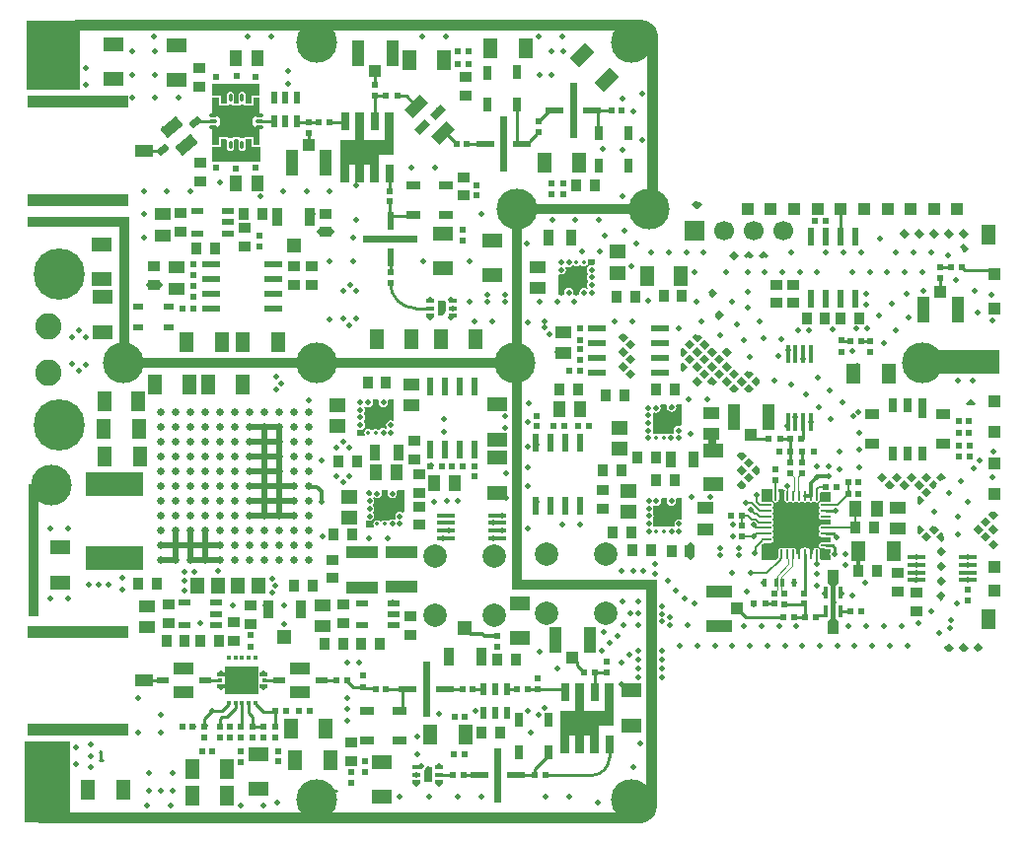
<source format=gtl>
G04*
G04 #@! TF.GenerationSoftware,Altium Limited,Altium Designer,19.0.15 (446)*
G04*
G04 Layer_Physical_Order=1*
G04 Layer_Color=255*
%FSLAX25Y25*%
%MOIN*%
G70*
G01*
G75*
%ADD10R,0.03543X0.03937*%
%ADD11R,0.03937X0.03543*%
%ADD12R,0.02441X0.02284*%
%ADD13R,0.02284X0.02441*%
%ADD14R,0.03740X0.03937*%
%ADD15R,0.04528X0.05709*%
%ADD16R,0.02441X0.02441*%
%ADD17R,0.04134X0.05512*%
%ADD18R,0.03937X0.03937*%
%ADD19R,0.33858X0.04331*%
%ADD20R,0.05906X0.03937*%
%ADD21R,0.02402X0.06102*%
%ADD22R,0.06102X0.02402*%
%ADD23R,0.01417X0.02598*%
%ADD24O,0.00984X0.03347*%
%ADD25R,0.04528X0.07087*%
%ADD26R,0.07087X0.04528*%
G04:AMPARAMS|DCode=27|XSize=45.28mil|YSize=70.87mil|CornerRadius=0mil|HoleSize=0mil|Usage=FLASHONLY|Rotation=135.000|XOffset=0mil|YOffset=0mil|HoleType=Round|Shape=Rectangle|*
%AMROTATEDRECTD27*
4,1,4,0.04106,0.00905,-0.00905,-0.04106,-0.04106,-0.00905,0.00905,0.04106,0.04106,0.00905,0.0*
%
%ADD27ROTATEDRECTD27*%

%ADD28C,0.01378*%
%ADD29R,0.05709X0.04528*%
%ADD30R,0.04331X0.05709*%
%ADD31R,0.05709X0.04331*%
%ADD32R,0.11614X0.09386*%
%ADD33R,0.01181X0.01772*%
%ADD34R,0.02657X0.01181*%
%ADD35R,0.01772X0.01181*%
%ADD36R,0.04528X0.07087*%
%ADD37R,0.02441X0.02441*%
%ADD38R,0.02992X0.05000*%
G04:AMPARAMS|DCode=39|XSize=24.02mil|YSize=49.02mil|CornerRadius=0mil|HoleSize=0mil|Usage=FLASHONLY|Rotation=315.000|XOffset=0mil|YOffset=0mil|HoleType=Round|Shape=Rectangle|*
%AMROTATEDRECTD39*
4,1,4,-0.02582,-0.00884,0.00884,0.02582,0.02582,0.00884,-0.00884,-0.02582,-0.02582,-0.00884,0.0*
%
%ADD39ROTATEDRECTD39*%

G04:AMPARAMS|DCode=40|XSize=40.95mil|YSize=70.87mil|CornerRadius=0mil|HoleSize=0mil|Usage=FLASHONLY|Rotation=315.000|XOffset=0mil|YOffset=0mil|HoleType=Round|Shape=Rectangle|*
%AMROTATEDRECTD40*
4,1,4,-0.03953,-0.01058,0.01058,0.03953,0.03953,0.01058,-0.01058,-0.03953,-0.03953,-0.01058,0.0*
%
%ADD40ROTATEDRECTD40*%

%ADD41R,0.03937X0.03740*%
%ADD42R,0.11024X0.04331*%
%ADD43R,0.07087X0.04528*%
%ADD44R,0.05000X0.02992*%
%ADD45R,0.03740X0.05512*%
%ADD46R,0.05906X0.01772*%
%ADD47R,0.02362X0.06102*%
%ADD48O,0.03347X0.00984*%
%ADD49R,0.14370X0.14370*%
%ADD50C,0.02559*%
%ADD51R,0.19685X0.07874*%
%ADD52R,0.03543X0.01968*%
%ADD53R,0.02402X0.04213*%
%ADD54R,0.02992X0.05984*%
%ADD55R,0.01772X0.05906*%
%ADD56R,0.04331X0.02165*%
%ADD57R,0.01339X0.03937*%
%ADD58R,0.03150X0.01181*%
%ADD59R,0.02559X0.03740*%
%ADD60R,0.00591X0.00591*%
%ADD61R,0.01378X0.01181*%
%ADD62R,0.02114X0.04528*%
%ADD63R,0.11717X0.01870*%
%ADD64O,0.03150X0.01181*%
%ADD65O,0.01181X0.03150*%
%ADD66R,0.10630X0.06890*%
%ADD67R,0.05118X0.03740*%
%ADD68R,0.02953X0.05118*%
%ADD69R,0.02953X0.07087*%
%ADD70R,0.05118X0.05118*%
%ADD71R,0.03543X0.06299*%
%ADD72R,0.06890X0.03898*%
%ADD73R,0.03898X0.02402*%
%ADD74R,0.06102X0.02362*%
%ADD75R,0.04134X0.08661*%
%ADD76R,0.03937X0.04134*%
G04:AMPARAMS|DCode=77|XSize=68.9mil|YSize=38.98mil|CornerRadius=0mil|HoleSize=0mil|Usage=FLASHONLY|Rotation=40.000|XOffset=0mil|YOffset=0mil|HoleType=Round|Shape=Rectangle|*
%AMROTATEDRECTD77*
4,1,4,-0.01386,-0.03707,-0.03892,-0.00721,0.01386,0.03707,0.03892,0.00721,-0.01386,-0.03707,0.0*
%
%ADD77ROTATEDRECTD77*%

G04:AMPARAMS|DCode=78|XSize=38.98mil|YSize=24.02mil|CornerRadius=0mil|HoleSize=0mil|Usage=FLASHONLY|Rotation=40.000|XOffset=0mil|YOffset=0mil|HoleType=Round|Shape=Rectangle|*
%AMROTATEDRECTD78*
4,1,4,-0.00721,-0.02173,-0.02265,-0.00333,0.00721,0.02173,0.02265,0.00333,-0.00721,-0.02173,0.0*
%
%ADD78ROTATEDRECTD78*%

%ADD79R,0.08661X0.04134*%
%ADD80R,0.04134X0.03937*%
%ADD81R,0.03937X0.03937*%
%ADD82R,0.05512X0.04134*%
%ADD179C,0.01024*%
%ADD180C,0.00945*%
%ADD181C,0.00984*%
%ADD182C,0.00866*%
%ADD183C,0.00945*%
%ADD184C,0.01406*%
%ADD185C,0.00866*%
%ADD186C,0.00787*%
%ADD187C,0.00591*%
%ADD188C,0.01181*%
%ADD189C,0.01968*%
%ADD190C,0.00417*%
%ADD191C,0.02756*%
%ADD192C,0.03937*%
%ADD193C,0.00394*%
%ADD194C,0.01406*%
%ADD195C,0.01000*%
%ADD196R,0.03543X0.44587*%
%ADD197R,0.25441X0.07972*%
%ADD198R,0.32766X0.03543*%
%ADD199R,0.47923X0.03543*%
%ADD200R,0.03543X0.50492*%
%ADD201R,0.03543X1.28346*%
%ADD202R,0.18049X0.23720*%
%ADD203R,0.15748X0.27500*%
%ADD204R,1.26969X0.03543*%
%ADD205C,0.13780*%
%ADD206C,0.07874*%
%ADD207C,0.08858*%
%ADD208C,0.17323*%
%ADD209C,0.06693*%
%ADD210R,0.06693X0.06693*%
%ADD211C,0.01968*%
%ADD212C,0.02362*%
G36*
X79749Y246288D02*
X77142D01*
Y243631D01*
X75207D01*
X74940Y244131D01*
X74956Y244154D01*
X75047Y244615D01*
Y246584D01*
X74956Y247044D01*
X74695Y247435D01*
X74304Y247696D01*
X73843Y247788D01*
X73382Y247696D01*
X72992Y247435D01*
X72730Y247044D01*
X72639Y246584D01*
Y244615D01*
X72730Y244154D01*
X72746Y244131D01*
X72479Y243631D01*
X72277D01*
X71875Y243711D01*
X71472Y243631D01*
X71270D01*
X71003Y244131D01*
X71019Y244154D01*
X71110Y244615D01*
Y246584D01*
X71019Y247044D01*
X70758Y247435D01*
X70367Y247696D01*
X69906Y247788D01*
X69445Y247696D01*
X69055Y247435D01*
X68793Y247044D01*
X68702Y246584D01*
Y244615D01*
X68793Y244154D01*
X68809Y244131D01*
X68542Y243631D01*
X66607D01*
Y246288D01*
X63705D01*
Y250492D01*
X79749D01*
Y246288D01*
D02*
G37*
G36*
X79823Y245187D02*
Y240174D01*
X79749D01*
X78812Y239987D01*
X78017Y239457D01*
X77486Y238662D01*
X77300Y237725D01*
X77486Y236788D01*
X78017Y235994D01*
X78812Y235463D01*
X79749Y235277D01*
X79823D01*
Y229802D01*
X77781D01*
Y231820D01*
X77594Y232272D01*
X77142Y232459D01*
X75207D01*
X75118Y232422D01*
X75022Y232431D01*
X74900Y232332D01*
X74755Y232272D01*
X74748Y232253D01*
X74304Y231948D01*
X73843Y232040D01*
X73382Y231948D01*
X72939Y232253D01*
X72931Y232272D01*
X72786Y232332D01*
X72664Y232431D01*
X72568Y232422D01*
X72479Y232459D01*
X72277D01*
X72217Y232434D01*
X72152Y232447D01*
X71875Y232391D01*
X71597Y232447D01*
X71533Y232434D01*
X71472Y232459D01*
X71270D01*
X71181Y232422D01*
X71085Y232431D01*
X70963Y232332D01*
X70818Y232272D01*
X70811Y232253D01*
X70367Y231948D01*
X69906Y232040D01*
X69445Y231948D01*
X69002Y232253D01*
X68994Y232272D01*
X68849Y232332D01*
X68727Y232431D01*
X68631Y232422D01*
X68542Y232459D01*
X66607D01*
X66155Y232272D01*
X65968Y231820D01*
Y229802D01*
X63878D01*
Y235237D01*
X64001D01*
X64953Y235426D01*
X65760Y235965D01*
X66300Y236773D01*
X66489Y237725D01*
X66300Y238678D01*
X65760Y239485D01*
X64953Y240024D01*
X64001Y240214D01*
X63878D01*
Y245649D01*
X65968D01*
Y243631D01*
X66155Y243179D01*
X66607Y242991D01*
X68542D01*
X68631Y243028D01*
X68727Y243019D01*
X68849Y243119D01*
X68994Y243179D01*
X69002Y243197D01*
X69445Y243502D01*
X69906Y243411D01*
X70367Y243502D01*
X70811Y243197D01*
X70818Y243179D01*
X70963Y243119D01*
X71085Y243019D01*
X71181Y243028D01*
X71270Y242991D01*
X71472D01*
X71533Y243017D01*
X71597Y243004D01*
X71875Y243059D01*
X72152Y243004D01*
X72217Y243017D01*
X72277Y242991D01*
X72479D01*
X72568Y243028D01*
X72664Y243019D01*
X72786Y243119D01*
X72931Y243179D01*
X72939Y243197D01*
X73382Y243502D01*
X73843Y243411D01*
X74304Y243502D01*
X74748Y243197D01*
X74755Y243179D01*
X74900Y243119D01*
X75022Y243019D01*
X75118Y243028D01*
X75207Y242991D01*
X77142D01*
X77594Y243179D01*
X77781Y243631D01*
Y245649D01*
X79749D01*
X79823Y245187D01*
D02*
G37*
G36*
X186960Y232212D02*
X184558D01*
Y250795D01*
X186960D01*
Y232212D01*
D02*
G37*
G36*
X125064Y226465D02*
X120064D01*
Y217056D01*
X117071D01*
Y223040D01*
X115064D01*
Y217056D01*
X112071D01*
Y223040D01*
X110064D01*
Y217056D01*
X107071D01*
Y231465D01*
X112071D01*
Y240875D01*
X115064D01*
Y231465D01*
X122071D01*
Y240875D01*
X125064D01*
Y226465D01*
D02*
G37*
G36*
X77142Y229162D02*
X79926D01*
Y224213D01*
X63705D01*
Y229162D01*
X66607D01*
Y231820D01*
X68542D01*
X68809Y231320D01*
X68793Y231296D01*
X68702Y230836D01*
Y228867D01*
X68793Y228406D01*
X69055Y228015D01*
X69445Y227754D01*
X69906Y227663D01*
X70367Y227754D01*
X70758Y228015D01*
X71019Y228406D01*
X71110Y228867D01*
Y230836D01*
X71019Y231296D01*
X71003Y231320D01*
X71270Y231820D01*
X71472D01*
X71875Y231740D01*
X72277Y231820D01*
X72479D01*
X72746Y231320D01*
X72730Y231296D01*
X72639Y230836D01*
Y228867D01*
X72730Y228406D01*
X72992Y228015D01*
X73382Y227754D01*
X73843Y227663D01*
X74304Y227754D01*
X74695Y228015D01*
X74956Y228406D01*
X75047Y228867D01*
Y230836D01*
X74956Y231296D01*
X74940Y231320D01*
X75207Y231820D01*
X77142D01*
Y229162D01*
D02*
G37*
G36*
X163406Y220886D02*
X161004D01*
Y239469D01*
X163406D01*
Y220886D01*
D02*
G37*
G36*
X227614Y210611D02*
X227667Y210608D01*
X227717Y210591D01*
X228669Y210466D01*
X229351Y209784D01*
X227737Y208169D01*
X227496D01*
X225882Y209784D01*
X226901Y210803D01*
X227614Y210611D01*
D02*
G37*
G36*
X208470Y272038D02*
X208470Y272038D01*
X209041Y272038D01*
X210162Y271815D01*
X211219Y271377D01*
X212169Y270742D01*
X212574Y270338D01*
X212965Y269947D01*
X213579Y269027D01*
X214002Y268006D01*
X214218Y266921D01*
X214218Y266368D01*
X214218Y206114D01*
X210674Y206108D01*
X210674Y262775D01*
X210673Y262775D01*
X210647Y263310D01*
X210438Y264361D01*
X210029Y265350D01*
X209434Y266241D01*
X209074Y266638D01*
X209073Y266638D01*
X208608Y267060D01*
X207564Y267757D01*
X206404Y268238D01*
X205173Y268482D01*
X204545Y268513D01*
X17418Y268513D01*
X17424Y272038D01*
X208470Y272038D01*
D02*
G37*
G36*
X309351Y199784D02*
X307663Y198095D01*
X307556Y198109D01*
X305882Y199784D01*
X307616Y201518D01*
X309351Y199784D01*
D02*
G37*
G36*
X319351D02*
X317616Y198049D01*
X315882Y199784D01*
X317616Y201518D01*
X319351Y199784D01*
D02*
G37*
G36*
X299351D02*
X297616Y198049D01*
X295882Y199784D01*
X297616Y201518D01*
X299351Y199784D01*
D02*
G37*
G36*
X304351D02*
X302616Y198049D01*
X300882Y199784D01*
X302616Y201518D01*
X304351Y199784D01*
D02*
G37*
G36*
X314351D02*
X312616Y198049D01*
X310882Y199784D01*
X312616Y201518D01*
X314351Y199784D01*
D02*
G37*
G36*
X133212Y196678D02*
X114629D01*
Y199079D01*
X133212D01*
Y196678D01*
D02*
G37*
G36*
X319351Y194783D02*
X318111Y193543D01*
X317298D01*
X317255Y193869D01*
X316759Y195066D01*
X316501Y195403D01*
X317616Y196518D01*
X319351Y194783D01*
D02*
G37*
G36*
X251851Y192283D02*
X251089Y191522D01*
X250485Y191601D01*
X249229Y191436D01*
X248382Y192283D01*
X250116Y194018D01*
X251851Y192283D01*
D02*
G37*
G36*
X245403Y193708D02*
X245429Y193705D01*
X246851Y192283D01*
X245960Y191393D01*
X245864Y191432D01*
X244580Y191601D01*
X244124Y191541D01*
X243382Y192283D01*
X244945Y193847D01*
X245403Y193708D01*
D02*
G37*
G36*
X241851Y192283D02*
X240212Y190644D01*
X239883Y190896D01*
X239688Y190977D01*
X238382Y192283D01*
X240116Y194018D01*
X241851Y192283D01*
D02*
G37*
G36*
X192913Y189291D02*
X192413Y189004D01*
X191938Y189099D01*
X191324Y188977D01*
X190803Y188628D01*
X190455Y188108D01*
X190333Y187493D01*
X190455Y186879D01*
X190803Y186358D01*
Y186069D01*
X190455Y185548D01*
X190333Y184934D01*
X190455Y184320D01*
X190803Y183799D01*
Y183510D01*
X190455Y182989D01*
X190333Y182375D01*
X190455Y181761D01*
X190658Y181457D01*
X190297Y181097D01*
X189994Y181299D01*
X189379Y181422D01*
X188765Y181299D01*
X188244Y180951D01*
X187896Y180430D01*
X187774Y179816D01*
X187849Y179437D01*
X187517Y178937D01*
X186110D01*
X185781Y179437D01*
X185858Y179823D01*
X185735Y180437D01*
X185387Y180958D01*
X184866Y181306D01*
X184252Y181429D01*
X183637Y181306D01*
X183117Y180958D01*
X182768Y180437D01*
X182646Y179823D01*
X182723Y179437D01*
X182394Y178937D01*
X180709D01*
Y185707D01*
X181209Y185986D01*
X181702Y185887D01*
X182317Y186010D01*
X182837Y186358D01*
X183186Y186879D01*
X183308Y187493D01*
X183186Y188108D01*
X182983Y188411D01*
X183343Y188771D01*
X183647Y188569D01*
X184261Y188446D01*
X184876Y188569D01*
X185397Y188917D01*
X185440Y188982D01*
X186065Y189018D01*
X186321Y188847D01*
X186820Y188748D01*
X187319Y188847D01*
X187743Y189130D01*
X187799Y189214D01*
X188400D01*
X188457Y189130D01*
X188880Y188847D01*
X189379Y188748D01*
X189878Y188847D01*
X190302Y189130D01*
X190585Y189553D01*
X190684Y190052D01*
X190585Y190551D01*
X190857Y191043D01*
X192913D01*
Y189291D01*
D02*
G37*
G36*
X234351Y179783D02*
X232616Y178049D01*
X232189Y178476D01*
X231829Y179346D01*
X231228Y180129D01*
X232616Y181518D01*
X234351Y179783D01*
D02*
G37*
G36*
X142520Y173228D02*
X141339Y172047D01*
X139961D01*
Y176969D01*
X142520D01*
Y173228D01*
D02*
G37*
G36*
X235603Y173531D02*
X235830Y173236D01*
X236125Y173009D01*
X236851Y172283D01*
X235116Y170549D01*
X233859Y171806D01*
X233580Y172481D01*
X235116Y174018D01*
X235603Y173531D01*
D02*
G37*
G36*
X227920Y165389D02*
X228871Y165263D01*
X229351Y164784D01*
X227616Y163049D01*
X225882Y164784D01*
X226907Y165808D01*
X227920Y165389D01*
D02*
G37*
G36*
X203101Y165884D02*
X203355Y165779D01*
X204351Y164784D01*
X202616Y163049D01*
X200882Y164784D01*
X201858Y165760D01*
X202159Y165884D01*
X202630Y166246D01*
X203101Y165884D01*
D02*
G37*
G36*
X206851Y162284D02*
X205116Y160549D01*
X203382Y162284D01*
X205116Y164018D01*
X206851Y162284D01*
D02*
G37*
G36*
X226851D02*
X225116Y160549D01*
X223382Y162284D01*
X225116Y164018D01*
X226851Y162284D01*
D02*
G37*
G36*
X230835Y163299D02*
X230933Y163062D01*
X231670Y162102D01*
X230116Y160549D01*
X228382Y162284D01*
X230116Y164018D01*
X230835Y163299D01*
D02*
G37*
G36*
X224351Y159783D02*
X222616Y158049D01*
X221949Y158716D01*
Y160851D01*
X222616Y161518D01*
X224351Y159783D01*
D02*
G37*
G36*
X229351D02*
X227616Y158049D01*
X225882Y159783D01*
X227616Y161518D01*
X229351Y159783D01*
D02*
G37*
G36*
X232750Y161245D02*
X232987Y161147D01*
X234351Y159783D01*
X232616Y158049D01*
X230882Y159783D01*
X232520Y161422D01*
X232750Y161245D01*
D02*
G37*
G36*
X204351Y159783D02*
X202616Y158049D01*
X200882Y159783D01*
X202616Y161518D01*
X204351Y159783D01*
D02*
G37*
G36*
X239351D02*
X237616Y158049D01*
X235882Y159783D01*
X237081Y160983D01*
X237714Y161245D01*
X237813Y161321D01*
X239351Y159783D01*
D02*
G37*
G36*
X231851Y157283D02*
X230116Y155549D01*
X228382Y157283D01*
X230116Y159018D01*
X231851Y157283D01*
D02*
G37*
G36*
X226851D02*
X225116Y155549D01*
X223382Y157283D01*
X225116Y159018D01*
X226851Y157283D01*
D02*
G37*
G36*
X206851D02*
X205116Y155549D01*
X203382Y157283D01*
X205116Y159018D01*
X206851Y157283D01*
D02*
G37*
G36*
X236851D02*
X235116Y155549D01*
X233382Y157283D01*
X235116Y159018D01*
X236851Y157283D01*
D02*
G37*
G36*
X229351Y154783D02*
X227616Y153049D01*
X225882Y154783D01*
X227616Y156518D01*
X229351Y154783D01*
D02*
G37*
G36*
X204351D02*
X202616Y153049D01*
X200882Y154783D01*
X202616Y156518D01*
X204351Y154783D01*
D02*
G37*
G36*
X234351D02*
X232616Y153049D01*
X230882Y154783D01*
X232616Y156518D01*
X234351Y154783D01*
D02*
G37*
G36*
X224351D02*
X222616Y153049D01*
X221949Y153716D01*
Y155851D01*
X222616Y156518D01*
X224351Y154783D01*
D02*
G37*
G36*
X239351D02*
X237616Y153049D01*
X235882Y154783D01*
X237616Y156518D01*
X239351Y154783D01*
D02*
G37*
G36*
X206851Y152284D02*
X205453Y150886D01*
X204779D01*
X203382Y152284D01*
X205116Y154018D01*
X206851Y152284D01*
D02*
G37*
G36*
X231851D02*
X230116Y150549D01*
X228382Y152284D01*
X230116Y154018D01*
X231851Y152284D01*
D02*
G37*
G36*
X236851D02*
X235116Y150549D01*
X233382Y152284D01*
X235116Y154018D01*
X236851Y152284D01*
D02*
G37*
G36*
X245270Y153255D02*
X245809Y153325D01*
X246851Y152284D01*
X245116Y150549D01*
X243382Y152284D01*
X244460Y153361D01*
X245270Y153255D01*
D02*
G37*
G36*
X241851Y152284D02*
X240116Y150549D01*
X238382Y152284D01*
X240116Y154018D01*
X241851Y152284D01*
D02*
G37*
G36*
X234351Y149784D02*
X232975Y148408D01*
X232289Y148692D01*
X231925Y148740D01*
X230882Y149784D01*
X232616Y151518D01*
X234351Y149784D01*
D02*
G37*
G36*
X239351D02*
X237616Y148049D01*
X235882Y149784D01*
X237616Y151518D01*
X239351Y149784D01*
D02*
G37*
G36*
X229351D02*
X227616Y148049D01*
X225882Y149784D01*
X227616Y151518D01*
X229351Y149784D01*
D02*
G37*
G36*
X244351D02*
X242616Y148049D01*
X240882Y149784D01*
X242616Y151518D01*
X244351Y149784D01*
D02*
G37*
G36*
X248796Y150339D02*
X248748Y149976D01*
X248841Y149273D01*
X247616Y148049D01*
X245882Y149784D01*
X247616Y151518D01*
X248796Y150339D01*
D02*
G37*
G36*
X246851Y147283D02*
X245631Y146063D01*
X244602D01*
X243382Y147283D01*
X245116Y149018D01*
X246851Y147283D01*
D02*
G37*
G36*
X241851D02*
X240631Y146063D01*
X239602D01*
X238382Y147283D01*
X240116Y149018D01*
X241851Y147283D01*
D02*
G37*
G36*
X321851Y142283D02*
X321201Y141633D01*
X319032D01*
X318382Y142283D01*
X320116Y144018D01*
X321851Y142283D01*
D02*
G37*
G36*
X125197Y136740D02*
X124805Y136531D01*
X124697Y136529D01*
X124114Y136645D01*
X123500Y136523D01*
X122979Y136175D01*
X122631Y135654D01*
X122509Y135039D01*
X122631Y134425D01*
X122819Y134143D01*
X122459Y133782D01*
X122170Y133976D01*
X121555Y134098D01*
X120941Y133976D01*
X120420Y133627D01*
X120376Y133562D01*
X119751Y133527D01*
X119495Y133697D01*
X118996Y133797D01*
X118497Y133697D01*
X118074Y133415D01*
X118017Y133330D01*
X117416D01*
X117359Y133415D01*
X116936Y133697D01*
X116437Y133797D01*
X115938Y133697D01*
X115515Y133415D01*
X115232Y132991D01*
X115132Y132492D01*
X115232Y131993D01*
X115295Y131898D01*
X115028Y131398D01*
X112697D01*
Y133345D01*
X113197Y133612D01*
X113263Y133568D01*
X113878Y133446D01*
X114492Y133568D01*
X115013Y133916D01*
X115361Y134437D01*
X115484Y135051D01*
X115361Y135666D01*
X115013Y136187D01*
Y136475D01*
X115361Y136996D01*
X115484Y137610D01*
X115361Y138225D01*
X115087Y138635D01*
X115019Y138829D01*
X115050Y139322D01*
X115263Y139641D01*
X115385Y140256D01*
X115263Y140870D01*
X115085Y141136D01*
X115446Y141497D01*
X115823Y141245D01*
X116437Y141123D01*
X117051Y141245D01*
X117572Y141593D01*
X117920Y142114D01*
X118043Y142728D01*
X117929Y143299D01*
X117945Y143424D01*
X118146Y143799D01*
X119846D01*
X120047Y143424D01*
X120063Y143299D01*
X119949Y142728D01*
X120072Y142114D01*
X120420Y141593D01*
X120941Y141245D01*
X121555Y141123D01*
X122170Y141245D01*
X122690Y141593D01*
X123039Y142114D01*
X123161Y142728D01*
X123047Y143299D01*
X123063Y143424D01*
X123264Y143799D01*
X125197D01*
Y136740D01*
D02*
G37*
G36*
X222342Y134976D02*
X221843Y134696D01*
X221353Y134794D01*
X220738Y134671D01*
X220217Y134323D01*
X219869Y133802D01*
X219747Y133188D01*
X219847Y132685D01*
X219573Y132185D01*
X219042D01*
X218794Y132235D01*
X218545Y132185D01*
X212697D01*
Y133062D01*
X212722Y133188D01*
X212697Y133314D01*
Y135621D01*
X212722Y135747D01*
X212697Y135873D01*
Y138180D01*
X212722Y138306D01*
X212697Y138432D01*
Y139069D01*
X213197Y139355D01*
X213675Y139260D01*
X214290Y139382D01*
X214811Y139730D01*
X215159Y140251D01*
X215281Y140865D01*
X215159Y141480D01*
X215127Y141528D01*
X215394Y142028D01*
X217180D01*
X217479Y141527D01*
X217390Y141079D01*
X217513Y140465D01*
X217861Y139944D01*
X218382Y139596D01*
X218996Y139474D01*
X219611Y139596D01*
X220131Y139944D01*
X220479Y140465D01*
X220602Y141079D01*
X220513Y141527D01*
X220812Y142028D01*
X222342D01*
Y134976D01*
D02*
G37*
G36*
X244351Y124784D02*
X242616Y123049D01*
X240882Y124784D01*
X241886Y125787D01*
X243347D01*
X244351Y124784D01*
D02*
G37*
G36*
X246851Y122283D02*
X245116Y120549D01*
X243382Y122283D01*
X245116Y124018D01*
X246851Y122283D01*
D02*
G37*
G36*
X244351Y119783D02*
X242616Y118049D01*
X240882Y119783D01*
X242616Y121518D01*
X244351Y119783D01*
D02*
G37*
G36*
X248798Y120337D02*
Y119230D01*
X247616Y118049D01*
X245882Y119783D01*
X247616Y121518D01*
X248798Y120337D01*
D02*
G37*
G36*
X311851Y117283D02*
X311432Y116864D01*
X311269Y116843D01*
X310072Y116347D01*
X309646Y116020D01*
X308382Y117283D01*
X310116Y119018D01*
X311851Y117283D01*
D02*
G37*
G36*
X291851D02*
X290116Y115549D01*
X288382Y117283D01*
X290035Y118936D01*
X290198D01*
X291851Y117283D01*
D02*
G37*
G36*
X301851D02*
X300116Y115549D01*
X298382Y117283D01*
X300035Y118936D01*
X300198D01*
X301851Y117283D01*
D02*
G37*
G36*
X296851D02*
X295116Y115549D01*
X293382Y117283D01*
X294797Y118698D01*
X295436D01*
X296851Y117283D01*
D02*
G37*
G36*
X246851D02*
X245116Y115549D01*
X243382Y117283D01*
X245116Y119018D01*
X246851Y117283D01*
D02*
G37*
G36*
X306851D02*
X305116Y115549D01*
X303382Y117283D01*
X304797Y118698D01*
X305436D01*
X306851Y117283D01*
D02*
G37*
G36*
X308841Y115294D02*
X308255Y114530D01*
X307841Y113531D01*
X307361Y113387D01*
X307265Y113400D01*
X305882Y114784D01*
X307616Y116518D01*
X308841Y115294D01*
D02*
G37*
G36*
X294351Y114784D02*
X292923Y113355D01*
X292310D01*
X290882Y114784D01*
X292616Y116518D01*
X294351Y114784D01*
D02*
G37*
G36*
X244130Y115004D02*
X244012Y114444D01*
X243055Y113488D01*
X242809Y113455D01*
X242385Y113280D01*
X240882Y114784D01*
X242616Y116518D01*
X244130Y115004D01*
D02*
G37*
G36*
X299351Y114784D02*
X297675Y113107D01*
X297558D01*
X295882Y114784D01*
X297616Y116518D01*
X299351Y114784D01*
D02*
G37*
G36*
X304351D02*
X302616Y113049D01*
X300882Y114784D01*
X302616Y116518D01*
X304351Y114784D01*
D02*
G37*
G36*
X306851Y112284D02*
X305116Y110549D01*
X303382Y112284D01*
X305116Y114018D01*
X306851Y112284D01*
D02*
G37*
G36*
X128642Y105689D02*
X128142Y105474D01*
X127780Y105716D01*
X127165Y105838D01*
X126551Y105716D01*
X126030Y105368D01*
X125682Y104847D01*
X125560Y104232D01*
X125682Y103618D01*
X125885Y103314D01*
X125524Y102954D01*
X125221Y103157D01*
X124606Y103279D01*
X123992Y103157D01*
X123471Y102809D01*
X123427Y102743D01*
X122802Y102708D01*
X122547Y102878D01*
X122047Y102978D01*
X121548Y102878D01*
X121125Y102596D01*
X121068Y102511D01*
X120467D01*
X120411Y102596D01*
X119987Y102878D01*
X119488Y102978D01*
X118989Y102878D01*
X118566Y102596D01*
X118283Y102173D01*
X118184Y101673D01*
X118283Y101174D01*
X118508Y100838D01*
X118408Y100518D01*
X118286Y100338D01*
X115551D01*
Y102658D01*
X116051Y102925D01*
X116315Y102749D01*
X116929Y102627D01*
X117544Y102749D01*
X118064Y103097D01*
X118413Y103618D01*
X118535Y104232D01*
X118413Y104847D01*
X118064Y105368D01*
Y105656D01*
X118413Y106177D01*
X118535Y106791D01*
X118413Y107406D01*
X118064Y107927D01*
Y108215D01*
X118413Y108736D01*
X118535Y109350D01*
X118413Y109965D01*
X118210Y110268D01*
X118570Y110629D01*
X118874Y110426D01*
X119488Y110304D01*
X120103Y110426D01*
X120624Y110774D01*
X120972Y111295D01*
X121094Y111909D01*
X120972Y112524D01*
X120927Y112591D01*
X121194Y113091D01*
X122900D01*
X123167Y112591D01*
X123123Y112524D01*
X123001Y111909D01*
X123123Y111295D01*
X123471Y110774D01*
X123992Y110426D01*
X124606Y110304D01*
X125221Y110426D01*
X125742Y110774D01*
X126090Y111295D01*
X126212Y111909D01*
X126090Y112524D01*
X126045Y112591D01*
X126312Y113091D01*
X128642D01*
Y105689D01*
D02*
G37*
G36*
X256955Y113223D02*
X257225Y113042D01*
X257071Y112812D01*
X256987Y112390D01*
Y110027D01*
X257071Y109605D01*
X257310Y109247D01*
X257668Y109007D01*
X258091Y108923D01*
X258513Y109007D01*
X258825Y109216D01*
X258977Y109257D01*
X259173D01*
X259324Y109216D01*
X259637Y109007D01*
X260059Y108923D01*
X260482Y109007D01*
X260840Y109247D01*
X260847Y109257D01*
X261240D01*
X261247Y109247D01*
X261605Y109007D01*
X262028Y108923D01*
X262450Y109007D01*
X262762Y109216D01*
X262913Y109257D01*
X263110D01*
X263261Y109216D01*
X263574Y109007D01*
X263996Y108923D01*
X264419Y109007D01*
X264731Y109216D01*
X264882Y109257D01*
X265079D01*
X265230Y109216D01*
X265542Y109007D01*
X265965Y108923D01*
X266387Y109007D01*
X266745Y109247D01*
X266752Y109257D01*
X267146D01*
X267153Y109247D01*
X267511Y109007D01*
X267933Y108923D01*
X268356Y109007D01*
X268714Y109247D01*
X268953Y109605D01*
X269037Y110027D01*
Y112069D01*
X269309Y112350D01*
X272853D01*
Y109456D01*
X272813Y109414D01*
X272459Y109203D01*
X272165Y109261D01*
X269803D01*
X269381Y109177D01*
X269023Y108938D01*
X268783Y108580D01*
X268699Y108157D01*
X268783Y107735D01*
X269023Y107377D01*
X269033Y107370D01*
Y106976D01*
X269023Y106969D01*
X268783Y106611D01*
X268699Y106189D01*
X268783Y105766D01*
X268992Y105454D01*
X269033Y105303D01*
Y105106D01*
X268992Y104955D01*
X268783Y104643D01*
X268699Y104220D01*
X268783Y103798D01*
X269023Y103440D01*
X269381Y103200D01*
X269803Y103116D01*
X272165D01*
X272459Y103175D01*
X272853Y102940D01*
Y101581D01*
X272813Y101540D01*
X272459Y101329D01*
X272165Y101387D01*
X269803D01*
X269381Y101303D01*
X269023Y101064D01*
X268783Y100706D01*
X268699Y100283D01*
X268783Y99861D01*
X268992Y99548D01*
X269033Y99397D01*
Y99200D01*
X268992Y99050D01*
X268783Y98737D01*
X268699Y98315D01*
X268783Y97892D01*
X269023Y97534D01*
X269381Y97295D01*
X269803Y97211D01*
X270833D01*
X271022Y97173D01*
X272853D01*
Y95444D01*
X272355D01*
X272165Y95481D01*
X269803D01*
X269381Y95398D01*
X269023Y95158D01*
X268783Y94800D01*
X268699Y94378D01*
X268783Y93955D01*
X269023Y93597D01*
X269381Y93358D01*
X269803Y93274D01*
X270833D01*
X271022Y93236D01*
X272821D01*
X272853Y93204D01*
Y92489D01*
X272552Y92039D01*
X272430Y91425D01*
X272552Y90810D01*
X272853Y90360D01*
Y89555D01*
X269290D01*
X269271Y89564D01*
X268998Y89948D01*
X269037Y90145D01*
Y92508D01*
X268953Y92930D01*
X268714Y93288D01*
X268356Y93527D01*
X267933Y93612D01*
X267511Y93527D01*
X267153Y93288D01*
X266913Y92930D01*
X266829Y92508D01*
Y91411D01*
X266436Y91373D01*
X266258Y92264D01*
X265728Y93058D01*
X264933Y93589D01*
X263996Y93775D01*
X263059Y93589D01*
X262265Y93058D01*
X262242Y93035D01*
X261711Y92241D01*
X261557Y91464D01*
X261163Y91502D01*
Y92508D01*
X261079Y92930D01*
X260840Y93288D01*
X260482Y93527D01*
X260059Y93612D01*
X259637Y93527D01*
X259324Y93319D01*
X259173Y93278D01*
X258977D01*
X258825Y93319D01*
X258513Y93527D01*
X258091Y93612D01*
X257668Y93527D01*
X257356Y93319D01*
X257205Y93278D01*
X257008D01*
X256857Y93319D01*
X256545Y93527D01*
X256122Y93612D01*
X255700Y93527D01*
X255342Y93288D01*
X255102Y92930D01*
X255018Y92508D01*
Y90407D01*
X254921Y90310D01*
X254787Y90110D01*
X254232Y89555D01*
X249310D01*
Y94435D01*
X249886Y95011D01*
X250086Y95144D01*
X250183Y95242D01*
X252284D01*
X252706Y95326D01*
X253064Y95566D01*
X253304Y95924D01*
X253387Y96346D01*
X253304Y96769D01*
X253095Y97081D01*
X253054Y97232D01*
Y97429D01*
X253095Y97580D01*
X253304Y97892D01*
X253387Y98315D01*
X253304Y98737D01*
X253095Y99050D01*
X253054Y99200D01*
Y99397D01*
X253095Y99548D01*
X253304Y99861D01*
X253387Y100283D01*
X253304Y100706D01*
X253064Y101064D01*
X253054Y101071D01*
Y101464D01*
X253064Y101471D01*
X253304Y101829D01*
X253387Y102252D01*
X253304Y102674D01*
X253095Y102987D01*
X253054Y103137D01*
Y103334D01*
X253095Y103485D01*
X253304Y103798D01*
X253387Y104220D01*
X253304Y104643D01*
X253095Y104955D01*
X253054Y105106D01*
Y105303D01*
X253095Y105454D01*
X253304Y105766D01*
X253387Y106189D01*
X253304Y106611D01*
X253064Y106969D01*
X253054Y106976D01*
Y107370D01*
X253064Y107377D01*
X253304Y107735D01*
X253387Y108157D01*
X253304Y108580D01*
X253064Y108938D01*
X252706Y109177D01*
X252284Y109261D01*
X249921D01*
X249704Y109218D01*
X249330Y109474D01*
X249310Y109510D01*
Y110692D01*
X249318Y110704D01*
X249440Y111319D01*
X249318Y111933D01*
X249310Y111946D01*
Y113472D01*
X253150D01*
Y112836D01*
X253134Y112812D01*
X253050Y112390D01*
Y110027D01*
X253134Y109605D01*
X253373Y109247D01*
X253731Y109007D01*
X254154Y108923D01*
X254576Y109007D01*
X254934Y109247D01*
X255173Y109605D01*
X255258Y110027D01*
Y112390D01*
X255173Y112812D01*
X255157Y112836D01*
Y113472D01*
X256789D01*
X256955Y113223D01*
D02*
G37*
G36*
X304351Y109783D02*
X302616Y108049D01*
X301997Y108668D01*
Y110899D01*
X302616Y111518D01*
X304351Y109783D01*
D02*
G37*
G36*
X222539Y103518D02*
X222039Y103239D01*
X221548Y103336D01*
X220934Y103214D01*
X220413Y102866D01*
X220065Y102345D01*
X219942Y101731D01*
X220047Y101206D01*
X219783Y100706D01*
X219349D01*
X218989Y100777D01*
X218629Y100706D01*
X212835D01*
Y101317D01*
X212917Y101731D01*
X212835Y102144D01*
Y103876D01*
X212917Y104290D01*
X212835Y104703D01*
Y106435D01*
X212917Y106849D01*
X212835Y107262D01*
Y107674D01*
X213335Y107909D01*
X213871Y107802D01*
X214485Y107924D01*
X215006Y108273D01*
X215354Y108793D01*
X215476Y109408D01*
X215372Y109933D01*
X215635Y110433D01*
X217224D01*
X217488Y109933D01*
X217383Y109408D01*
X217506Y108793D01*
X217854Y108273D01*
X218374Y107924D01*
X218989Y107802D01*
X219603Y107924D01*
X220124Y108273D01*
X220472Y108793D01*
X220595Y109408D01*
X220490Y109933D01*
X220754Y110433D01*
X222539D01*
Y103518D01*
D02*
G37*
G36*
X329351Y104783D02*
X327616Y103049D01*
X325882Y104783D01*
X327017Y105919D01*
X328216D01*
X329351Y104783D01*
D02*
G37*
G36*
X326851Y102284D02*
X325116Y100549D01*
X323382Y102284D01*
X325116Y104018D01*
X326851Y102284D01*
D02*
G37*
G36*
X247517Y100974D02*
X247523Y100948D01*
X247537Y100918D01*
X247557Y100882D01*
X247585Y100841D01*
X247621Y100795D01*
X247714Y100689D01*
X247836Y100561D01*
X247279Y100005D01*
X247213Y100070D01*
X247000Y100256D01*
X246959Y100284D01*
X246923Y100304D01*
X246892Y100317D01*
X246867Y100323D01*
X246846Y100322D01*
X247519Y100995D01*
X247517Y100974D01*
D02*
G37*
G36*
X307874Y100843D02*
X308243Y100892D01*
X309351Y99783D01*
X307616Y98049D01*
X305882Y99783D01*
X307050Y100952D01*
X307874Y100843D01*
D02*
G37*
G36*
X324351Y99783D02*
X322616Y98049D01*
X320882Y99783D01*
X322616Y101518D01*
X324351Y99783D01*
D02*
G37*
G36*
X329351D02*
X327616Y98049D01*
X325882Y99783D01*
X327616Y101518D01*
X329351Y99783D01*
D02*
G37*
G36*
X304351D02*
X302616Y98049D01*
X301997Y98668D01*
Y100899D01*
X302616Y101518D01*
X304351Y99783D01*
D02*
G37*
G36*
X310745Y98390D02*
X310722Y98221D01*
X310892Y96937D01*
X311071Y96504D01*
X310116Y95549D01*
X308382Y97284D01*
X310116Y99018D01*
X310745Y98390D01*
D02*
G37*
G36*
X326851Y97284D02*
X325116Y95549D01*
X323382Y97284D01*
X325116Y99018D01*
X326851Y97284D01*
D02*
G37*
G36*
X306851D02*
X305116Y95549D01*
X303382Y97284D01*
X305116Y99018D01*
X306851Y97284D01*
D02*
G37*
G36*
X329351Y94784D02*
X327616Y93049D01*
X325943Y94722D01*
Y94845D01*
X327616Y96518D01*
X329351Y94784D01*
D02*
G37*
G36*
X311851Y92283D02*
X310116Y90549D01*
X308620Y92045D01*
Y92522D01*
X310116Y94018D01*
X311851Y92283D01*
D02*
G37*
G36*
X311851Y87283D02*
X310116Y85549D01*
X308620Y87045D01*
Y87522D01*
X310116Y89018D01*
X311851Y87283D01*
D02*
G37*
G36*
X254910Y83233D02*
X254928Y82933D01*
X254934Y82912D01*
X254940Y82900D01*
X254947Y82896D01*
X254284Y82884D01*
X254323Y82889D01*
X254359Y82902D01*
X254390Y82924D01*
X254417Y82954D01*
X254440Y82993D01*
X254459Y83040D01*
X254474Y83096D01*
X254484Y83160D01*
X254490Y83232D01*
X254492Y83313D01*
X254909D01*
X254910Y83233D01*
D02*
G37*
G36*
X311851Y82284D02*
X310116Y80549D01*
X308620Y82045D01*
Y82522D01*
X310116Y84018D01*
X311851Y82284D01*
D02*
G37*
G36*
X311567Y77567D02*
X311196Y77084D01*
X310874Y76306D01*
X310159Y75592D01*
X309789Y75876D01*
X308382Y77284D01*
X310116Y79018D01*
X311567Y77567D01*
D02*
G37*
G36*
X275333Y81707D02*
X274251Y80624D01*
Y69600D01*
X275333Y68518D01*
Y64285D01*
X271790D01*
Y68518D01*
X272873Y69600D01*
Y80624D01*
X271790Y81707D01*
Y85939D01*
X275333D01*
Y81707D01*
D02*
G37*
G36*
X324351Y59784D02*
X323197Y58629D01*
X322229Y58437D01*
X320882Y59784D01*
X322616Y61518D01*
X324351Y59784D01*
D02*
G37*
G36*
X314351D02*
X312949Y58381D01*
X312284D01*
X310882Y59784D01*
X311485Y60387D01*
X311752Y60497D01*
X312780Y61286D01*
X312844Y61291D01*
X314351Y59784D01*
D02*
G37*
G36*
X319351D02*
X317949Y58381D01*
X317284D01*
X315882Y59784D01*
X317616Y61518D01*
X319351Y59784D01*
D02*
G37*
G36*
X199488Y33484D02*
X194488D01*
Y24075D01*
X191496D01*
Y30059D01*
X189488D01*
Y24075D01*
X186496D01*
Y30059D01*
X184488D01*
Y24075D01*
X181496D01*
Y38484D01*
X186496D01*
Y47894D01*
X189488D01*
Y38484D01*
X196496D01*
Y47894D01*
X199488D01*
Y33484D01*
D02*
G37*
G36*
X137323Y36575D02*
X134921D01*
Y55158D01*
X137323D01*
Y36575D01*
D02*
G37*
G36*
X137894Y14370D02*
X135335D01*
Y18110D01*
X136516Y19291D01*
X137894D01*
Y14370D01*
D02*
G37*
G36*
X161398Y7343D02*
X158996D01*
Y25925D01*
X161398D01*
Y7343D01*
D02*
G37*
G36*
X4201Y9853D02*
Y9853D01*
X4228Y9318D01*
X4436Y8268D01*
X4846Y7278D01*
X5441Y6388D01*
X5801Y5991D01*
X5801D01*
X6267Y5568D01*
X7311Y4871D01*
X8471Y4391D01*
X9702Y4146D01*
X10329Y4115D01*
X43600Y4115D01*
X43595Y591D01*
X5834D01*
X4713Y814D01*
X3656Y1251D01*
X2706Y1886D01*
X2301Y2290D01*
X2301Y2291D01*
X1910Y2682D01*
X1296Y3601D01*
X873Y4623D01*
X657Y5707D01*
Y6260D01*
Y27538D01*
X4201Y27544D01*
X4201Y9853D01*
D02*
G37*
G36*
X213889Y82872D02*
X213889Y6338D01*
X213889Y6338D01*
X213889Y5766D01*
X213666Y4645D01*
X213228Y3589D01*
X212593Y2638D01*
X212189Y2234D01*
X212189Y2234D01*
X211798Y1843D01*
X210878Y1229D01*
X209857Y805D01*
X208772Y590D01*
X43647D01*
X43642Y4134D01*
X204626D01*
X205161Y4160D01*
X206212Y4369D01*
X207201Y4779D01*
X208092Y5374D01*
X208489Y5734D01*
X208489Y5734D01*
X208911Y6199D01*
X209608Y7243D01*
X210089Y8403D01*
X210334Y9634D01*
X210364Y10262D01*
X210364Y82878D01*
X213889Y82872D01*
D02*
G37*
D10*
X106496Y122736D02*
D03*
X112795D02*
D03*
X122540Y149311D02*
D03*
X116241D02*
D03*
X161122Y31102D02*
D03*
X154823D02*
D03*
X181097Y147024D02*
D03*
X187396D02*
D03*
X218898Y92334D02*
D03*
X225197D02*
D03*
X220079Y116425D02*
D03*
X213779D02*
D03*
X205750Y92618D02*
D03*
X212049D02*
D03*
X199193Y98819D02*
D03*
X205492D02*
D03*
X111024Y98032D02*
D03*
X104724D02*
D03*
X193110Y215945D02*
D03*
X186811D02*
D03*
X206693Y178543D02*
D03*
X200394D02*
D03*
X219965Y147047D02*
D03*
X213666D02*
D03*
X264567Y171260D02*
D03*
X270866D02*
D03*
X282283D02*
D03*
X275984D02*
D03*
X207283Y124016D02*
D03*
X213583D02*
D03*
X195669Y119685D02*
D03*
X201969D02*
D03*
X80807Y206496D02*
D03*
X74508D02*
D03*
X107944Y61140D02*
D03*
X101645D02*
D03*
X120509D02*
D03*
X114210D02*
D03*
X166339Y55807D02*
D03*
X160039D02*
D03*
X196725Y144980D02*
D03*
X203024D02*
D03*
X66131Y62205D02*
D03*
X59832D02*
D03*
X288296Y85913D02*
D03*
X281996D02*
D03*
X281022Y100337D02*
D03*
X287321D02*
D03*
D11*
X131988Y129626D02*
D03*
Y123327D02*
D03*
X76870Y67913D02*
D03*
Y74213D02*
D03*
X133688Y101279D02*
D03*
Y107579D02*
D03*
X133661Y112259D02*
D03*
Y118559D02*
D03*
X110630Y27854D02*
D03*
Y21555D02*
D03*
X195571Y113189D02*
D03*
Y106890D02*
D03*
X44193Y182382D02*
D03*
Y188681D02*
D03*
X301573Y78458D02*
D03*
Y72159D02*
D03*
X295360Y78922D02*
D03*
Y85221D02*
D03*
X91528Y182496D02*
D03*
Y188795D02*
D03*
X48917Y68012D02*
D03*
Y74311D02*
D03*
X148622Y218898D02*
D03*
Y212598D02*
D03*
X260182Y176279D02*
D03*
Y182579D02*
D03*
X254528Y182579D02*
D03*
Y176279D02*
D03*
X102165Y206594D02*
D03*
Y200295D02*
D03*
X53150Y200394D02*
D03*
Y206693D02*
D03*
X149442Y246337D02*
D03*
Y252636D02*
D03*
X59547Y255610D02*
D03*
Y249311D02*
D03*
X59571Y217351D02*
D03*
Y223650D02*
D03*
D12*
X242815Y97264D02*
D03*
Y100965D02*
D03*
X71949Y253031D02*
D03*
Y249331D02*
D03*
X71816Y221772D02*
D03*
Y225472D02*
D03*
X159941Y59961D02*
D03*
Y63661D02*
D03*
X57469Y182260D02*
D03*
Y178559D02*
D03*
X187992Y163898D02*
D03*
Y167598D02*
D03*
Y156929D02*
D03*
Y160630D02*
D03*
X57469Y185646D02*
D03*
Y189346D02*
D03*
X114567Y46575D02*
D03*
Y50276D02*
D03*
X76772Y60256D02*
D03*
Y63957D02*
D03*
X173622Y49488D02*
D03*
Y45787D02*
D03*
X85020Y29531D02*
D03*
Y33232D02*
D03*
X77348Y29531D02*
D03*
Y33232D02*
D03*
X81184Y29531D02*
D03*
Y33232D02*
D03*
X69676Y29531D02*
D03*
Y33232D02*
D03*
X73512Y29531D02*
D03*
Y33232D02*
D03*
X66394Y29531D02*
D03*
Y33232D02*
D03*
X61211Y29531D02*
D03*
Y33232D02*
D03*
X79626Y199094D02*
D03*
Y195394D02*
D03*
X196949Y51398D02*
D03*
Y55098D02*
D03*
X309744Y184665D02*
D03*
Y188366D02*
D03*
X118799Y250197D02*
D03*
Y246496D02*
D03*
X96382Y233808D02*
D03*
Y237509D02*
D03*
X286002Y159871D02*
D03*
Y163572D02*
D03*
X276488Y159915D02*
D03*
Y163615D02*
D03*
D13*
X239094Y104528D02*
D03*
X242795D02*
D03*
X144606Y121161D02*
D03*
X148307D02*
D03*
X187416Y134664D02*
D03*
X191116D02*
D03*
X179055Y134780D02*
D03*
X182756D02*
D03*
X141220Y121161D02*
D03*
X137520D02*
D03*
X251881Y130500D02*
D03*
X255582D02*
D03*
X259035Y125984D02*
D03*
X255335D02*
D03*
X250571Y74606D02*
D03*
X246870D02*
D03*
X263209Y125984D02*
D03*
X266910D02*
D03*
X170453Y45866D02*
D03*
X166752D02*
D03*
X88760Y38386D02*
D03*
X85059D02*
D03*
X189291Y51378D02*
D03*
X192992D02*
D03*
X105827Y48622D02*
D03*
X109528D02*
D03*
X313405Y188386D02*
D03*
X317106D02*
D03*
X122518Y246346D02*
D03*
X126219D02*
D03*
X99847Y237509D02*
D03*
X103548D02*
D03*
X263898Y70079D02*
D03*
X267598D02*
D03*
X256614D02*
D03*
X260315D02*
D03*
X282951Y71963D02*
D03*
X279251D02*
D03*
X262776Y130413D02*
D03*
X259075D02*
D03*
X279461Y163572D02*
D03*
X283162D02*
D03*
X316094Y128141D02*
D03*
X319795D02*
D03*
X319716Y124499D02*
D03*
X316015D02*
D03*
D14*
X38780Y81398D02*
D03*
X45079D02*
D03*
X97736Y80905D02*
D03*
X91437D02*
D03*
X216240Y178642D02*
D03*
X222539D02*
D03*
X48219Y62205D02*
D03*
X54518D02*
D03*
X64764Y194685D02*
D03*
X58465D02*
D03*
D15*
X79528Y80709D02*
D03*
X72441D02*
D03*
X58661D02*
D03*
X65748D02*
D03*
D16*
X257087Y78051D02*
D03*
Y74508D02*
D03*
X78347Y221949D02*
D03*
Y225492D02*
D03*
X78248Y252854D02*
D03*
Y249311D02*
D03*
X65059Y222047D02*
D03*
Y225590D02*
D03*
Y252756D02*
D03*
Y249213D02*
D03*
X173996Y234154D02*
D03*
Y237697D02*
D03*
X123721Y210630D02*
D03*
Y214173D02*
D03*
X110635Y14075D02*
D03*
Y17618D02*
D03*
X115453Y17913D02*
D03*
Y21457D02*
D03*
X152461Y117717D02*
D03*
Y121260D02*
D03*
X319097Y75845D02*
D03*
Y79388D02*
D03*
X173223Y134622D02*
D03*
Y138165D02*
D03*
X253642Y74606D02*
D03*
X263878D02*
D03*
X258957Y118799D02*
D03*
Y122343D02*
D03*
X253642Y78150D02*
D03*
X263878D02*
D03*
X253955Y116425D02*
D03*
Y119968D02*
D03*
X263090Y118799D02*
D03*
Y122343D02*
D03*
X178417Y213170D02*
D03*
Y216713D02*
D03*
X182480Y213189D02*
D03*
Y216732D02*
D03*
X153051Y216142D02*
D03*
Y212598D02*
D03*
X148302Y197441D02*
D03*
Y200984D02*
D03*
X86024Y21358D02*
D03*
Y24902D02*
D03*
X73517Y21220D02*
D03*
Y24764D02*
D03*
X123951Y183071D02*
D03*
Y186614D02*
D03*
D17*
X71850Y216831D02*
D03*
X78937D02*
D03*
X71879Y259031D02*
D03*
X78965D02*
D03*
X281205Y106662D02*
D03*
X288292D02*
D03*
D18*
X328000Y186221D02*
D03*
Y132693D02*
D03*
Y122152D02*
D03*
Y174409D02*
D03*
Y111824D02*
D03*
Y87028D02*
D03*
Y143104D02*
D03*
Y79134D02*
D03*
D19*
X18406Y65158D02*
D03*
Y32087D02*
D03*
X18504Y244291D02*
D03*
Y211221D02*
D03*
D20*
X40650Y48622D02*
D03*
X40748Y227756D02*
D03*
D21*
X162205Y236417D02*
D03*
Y223937D02*
D03*
X160197Y22874D02*
D03*
Y10394D02*
D03*
X136122Y39626D02*
D03*
Y52106D02*
D03*
X185759Y247744D02*
D03*
Y235263D02*
D03*
X123920Y204119D02*
D03*
Y191638D02*
D03*
D22*
X168445Y230177D02*
D03*
X155965D02*
D03*
X166437Y16634D02*
D03*
X153957D02*
D03*
X129882Y45866D02*
D03*
X142362D02*
D03*
X191999Y241504D02*
D03*
X179519D02*
D03*
X117680Y197878D02*
D03*
X130160D02*
D03*
D23*
X254251Y81608D02*
D03*
X256436Y81608D02*
D03*
X250432Y81608D02*
D03*
X260255Y81608D02*
D03*
D24*
X258091Y91326D02*
D03*
X260059D02*
D03*
X262028Y111208D02*
D03*
X260059D02*
D03*
X254154Y91326D02*
D03*
X256122D02*
D03*
X262028D02*
D03*
X263996D02*
D03*
X265965D02*
D03*
X267933D02*
D03*
Y111208D02*
D03*
X265965D02*
D03*
X263996D02*
D03*
X258091D02*
D03*
X256122D02*
D03*
X254154D02*
D03*
D25*
X280512Y152559D02*
D03*
X292323D02*
D03*
X142126Y258563D02*
D03*
X130315D02*
D03*
X66929Y163091D02*
D03*
X55118D02*
D03*
X119291Y163976D02*
D03*
X131102D02*
D03*
X56890Y9646D02*
D03*
X68701D02*
D03*
X33563Y11909D02*
D03*
X21752D02*
D03*
X103642Y21752D02*
D03*
X91831D02*
D03*
X85925Y163189D02*
D03*
X74114D02*
D03*
X152854Y163976D02*
D03*
X141043D02*
D03*
X326181Y199508D02*
D03*
X222100Y185433D02*
D03*
X210682D02*
D03*
X27362Y143012D02*
D03*
X38780D02*
D03*
X102067Y32579D02*
D03*
X90256D02*
D03*
X56890Y18701D02*
D03*
X68701D02*
D03*
X326181Y69587D02*
D03*
X282214Y92483D02*
D03*
X294025D02*
D03*
D26*
X158268Y185674D02*
D03*
Y197485D02*
D03*
X167815Y62992D02*
D03*
Y74803D02*
D03*
X159961Y112205D02*
D03*
Y124016D02*
D03*
X12303Y81890D02*
D03*
Y93701D02*
D03*
X26575Y178347D02*
D03*
Y166535D02*
D03*
X51772Y251772D02*
D03*
Y263583D02*
D03*
X30512Y252067D02*
D03*
Y263878D02*
D03*
X159941Y130217D02*
D03*
Y142028D02*
D03*
X233071Y115157D02*
D03*
Y126575D02*
D03*
X205413Y33563D02*
D03*
Y45374D02*
D03*
X26476Y184449D02*
D03*
Y196260D02*
D03*
X79528Y12008D02*
D03*
Y23819D02*
D03*
D27*
X196991Y251631D02*
D03*
X188639Y259983D02*
D03*
D28*
X116929Y101673D02*
D03*
Y104232D02*
D03*
Y106791D02*
D03*
Y109350D02*
D03*
Y111909D02*
D03*
X119488Y101673D02*
D03*
Y104232D02*
D03*
Y106791D02*
D03*
Y109350D02*
D03*
Y111909D02*
D03*
X122047Y101673D02*
D03*
Y104232D02*
D03*
Y106791D02*
D03*
Y109350D02*
D03*
Y111909D02*
D03*
X124606Y101673D02*
D03*
Y104232D02*
D03*
Y106791D02*
D03*
Y109350D02*
D03*
Y111909D02*
D03*
X127165Y101673D02*
D03*
Y104232D02*
D03*
Y106791D02*
D03*
Y109350D02*
D03*
Y111909D02*
D03*
X113878Y132492D02*
D03*
Y135051D02*
D03*
Y137610D02*
D03*
Y140169D02*
D03*
Y142728D02*
D03*
X116437Y132492D02*
D03*
Y135051D02*
D03*
Y137610D02*
D03*
Y140169D02*
D03*
Y142728D02*
D03*
X118996Y132492D02*
D03*
Y135051D02*
D03*
Y137610D02*
D03*
Y140169D02*
D03*
Y142728D02*
D03*
X121555Y132492D02*
D03*
Y135051D02*
D03*
Y137610D02*
D03*
Y140169D02*
D03*
Y142728D02*
D03*
X124114Y132492D02*
D03*
Y135051D02*
D03*
Y137610D02*
D03*
Y140169D02*
D03*
Y142728D02*
D03*
X221548Y109408D02*
D03*
Y106849D02*
D03*
Y104290D02*
D03*
Y101731D02*
D03*
Y99172D02*
D03*
X218989Y109408D02*
D03*
Y106849D02*
D03*
Y104290D02*
D03*
Y101731D02*
D03*
Y99172D02*
D03*
X216430Y109408D02*
D03*
Y106849D02*
D03*
Y104290D02*
D03*
Y101731D02*
D03*
Y99172D02*
D03*
X213871Y109408D02*
D03*
Y106849D02*
D03*
Y104290D02*
D03*
Y101731D02*
D03*
Y99172D02*
D03*
X211312Y109408D02*
D03*
Y106849D02*
D03*
Y104290D02*
D03*
Y101731D02*
D03*
Y99172D02*
D03*
X191938Y190052D02*
D03*
Y187493D02*
D03*
Y184934D02*
D03*
Y182375D02*
D03*
Y179816D02*
D03*
X189379Y190052D02*
D03*
Y187493D02*
D03*
Y184934D02*
D03*
Y182375D02*
D03*
Y179816D02*
D03*
X186820Y190052D02*
D03*
Y187493D02*
D03*
Y184934D02*
D03*
Y182375D02*
D03*
Y179816D02*
D03*
X184261Y190052D02*
D03*
Y187493D02*
D03*
Y184934D02*
D03*
Y182375D02*
D03*
Y179816D02*
D03*
X181702Y190052D02*
D03*
Y187493D02*
D03*
Y184934D02*
D03*
Y182375D02*
D03*
Y179816D02*
D03*
X211116Y130629D02*
D03*
Y133188D02*
D03*
Y135747D02*
D03*
Y138306D02*
D03*
Y140865D02*
D03*
X213675Y130629D02*
D03*
Y133188D02*
D03*
Y135747D02*
D03*
Y138306D02*
D03*
Y140865D02*
D03*
X216234Y130629D02*
D03*
Y133188D02*
D03*
Y135747D02*
D03*
Y138306D02*
D03*
Y140865D02*
D03*
X218794Y130629D02*
D03*
Y133188D02*
D03*
Y135747D02*
D03*
Y138306D02*
D03*
Y140865D02*
D03*
X221353Y130629D02*
D03*
Y133188D02*
D03*
Y135747D02*
D03*
Y138306D02*
D03*
Y140865D02*
D03*
D29*
X109930Y103821D02*
D03*
Y110907D02*
D03*
X106201Y141709D02*
D03*
Y134622D02*
D03*
X204429Y105610D02*
D03*
Y112697D02*
D03*
X200570Y193595D02*
D03*
Y186509D02*
D03*
X201234Y126969D02*
D03*
Y134055D02*
D03*
D30*
X126181Y119193D02*
D03*
X119095D02*
D03*
X138583Y115354D02*
D03*
X145669D02*
D03*
X181004Y140354D02*
D03*
X188091D02*
D03*
D31*
X131102Y148819D02*
D03*
Y141732D02*
D03*
X173622Y188583D02*
D03*
Y181496D02*
D03*
X182283Y159449D02*
D03*
Y166535D02*
D03*
X51863Y181197D02*
D03*
Y188283D02*
D03*
X41634Y73819D02*
D03*
Y66732D02*
D03*
X230406Y106947D02*
D03*
Y99861D02*
D03*
X232434Y139173D02*
D03*
Y132087D02*
D03*
X46949Y206299D02*
D03*
Y199213D02*
D03*
X100984Y74114D02*
D03*
Y67028D02*
D03*
D32*
X73812Y48728D02*
D03*
D33*
X78269Y56306D02*
D03*
X76040D02*
D03*
X73812D02*
D03*
X71584D02*
D03*
X69355D02*
D03*
Y41149D02*
D03*
X71584D02*
D03*
X73812D02*
D03*
X76040D02*
D03*
X78269D02*
D03*
D34*
X80948Y50794D02*
D03*
Y46661D02*
D03*
X66676Y50794D02*
D03*
Y46661D02*
D03*
D35*
X81391Y48728D02*
D03*
X66233D02*
D03*
D36*
X137500Y30492D02*
D03*
X149311D02*
D03*
X44390Y148917D02*
D03*
X56201D02*
D03*
X38976Y133599D02*
D03*
X27165D02*
D03*
X62402Y148917D02*
D03*
X74213D02*
D03*
X39272Y124311D02*
D03*
X27461D02*
D03*
X175984Y223721D02*
D03*
X187795D02*
D03*
X169685Y262594D02*
D03*
X157874D02*
D03*
D37*
X145473Y23819D02*
D03*
X149016D02*
D03*
X145669Y36516D02*
D03*
X149213D02*
D03*
X172736Y16634D02*
D03*
X176279D02*
D03*
X145177Y16732D02*
D03*
X148721D02*
D03*
X198622Y241504D02*
D03*
X202165D02*
D03*
X122441Y45866D02*
D03*
X118898D02*
D03*
X151870D02*
D03*
X148327D02*
D03*
X187992Y153543D02*
D03*
X184449D02*
D03*
X57356Y174494D02*
D03*
X53813D02*
D03*
X315989Y136476D02*
D03*
X319533D02*
D03*
X315991Y132395D02*
D03*
X319535D02*
D03*
X271121Y114161D02*
D03*
X274664D02*
D03*
X278670Y115836D02*
D03*
X282214D02*
D03*
X278670Y111875D02*
D03*
X282214D02*
D03*
X271063Y204134D02*
D03*
X267520D02*
D03*
X96555Y38386D02*
D03*
X93012D02*
D03*
X53642Y33169D02*
D03*
X57185D02*
D03*
X60328Y24606D02*
D03*
X63871D02*
D03*
X146260Y230217D02*
D03*
X149803D02*
D03*
X146686Y261297D02*
D03*
X150229D02*
D03*
X146686Y256967D02*
D03*
X150229D02*
D03*
D38*
X167244Y35311D02*
D03*
Y24327D02*
D03*
X177244Y35319D02*
D03*
Y24335D02*
D03*
X204508Y222661D02*
D03*
Y233646D02*
D03*
X194508Y222654D02*
D03*
Y233638D02*
D03*
X156867Y254257D02*
D03*
Y243272D02*
D03*
X166867Y254264D02*
D03*
Y243280D02*
D03*
D39*
X134721Y235705D02*
D03*
X139885Y240869D02*
D03*
D40*
X141827Y233764D02*
D03*
X132780Y242811D02*
D03*
D41*
X104429Y89567D02*
D03*
Y83268D02*
D03*
X97532Y188677D02*
D03*
Y182378D02*
D03*
X74606Y195374D02*
D03*
Y201673D02*
D03*
X108169Y74508D02*
D03*
Y68209D02*
D03*
X130709Y64173D02*
D03*
Y70473D02*
D03*
X71161Y68504D02*
D03*
Y62205D02*
D03*
D42*
X114472Y92028D02*
D03*
Y80216D02*
D03*
X127657Y92126D02*
D03*
Y80315D02*
D03*
D43*
X121161Y9350D02*
D03*
Y21161D02*
D03*
X141827Y187989D02*
D03*
Y199800D02*
D03*
D44*
X115953Y28287D02*
D03*
X126937D02*
D03*
X115945Y38287D02*
D03*
X126929D02*
D03*
X142703Y215969D02*
D03*
X131719D02*
D03*
X142711Y205969D02*
D03*
X131727D02*
D03*
D45*
X126575Y125689D02*
D03*
X118701D02*
D03*
X218655Y123327D02*
D03*
X226529D02*
D03*
X177264Y198425D02*
D03*
X185138D02*
D03*
D46*
X142717Y96850D02*
D03*
Y99410D02*
D03*
Y101969D02*
D03*
Y104528D02*
D03*
X160039D02*
D03*
Y101969D02*
D03*
Y99410D02*
D03*
Y96850D02*
D03*
X319053Y82675D02*
D03*
Y85234D02*
D03*
Y87793D02*
D03*
Y90352D02*
D03*
X301730D02*
D03*
Y87793D02*
D03*
Y85234D02*
D03*
Y82675D02*
D03*
D47*
X137480Y126772D02*
D03*
X142480D02*
D03*
X147480D02*
D03*
X152480D02*
D03*
X137480Y148031D02*
D03*
X142480D02*
D03*
X147480D02*
D03*
X152480D02*
D03*
X173203Y107713D02*
D03*
X178203D02*
D03*
X183203D02*
D03*
X188203D02*
D03*
X173203Y128972D02*
D03*
X178203D02*
D03*
X183203D02*
D03*
X188203D02*
D03*
X280925Y198917D02*
D03*
X275925D02*
D03*
X270925D02*
D03*
X265925D02*
D03*
X280925Y177657D02*
D03*
X275925D02*
D03*
X270925D02*
D03*
X265925D02*
D03*
D48*
X251102Y108157D02*
D03*
Y106189D02*
D03*
Y104220D02*
D03*
Y102252D02*
D03*
Y100283D02*
D03*
Y98315D02*
D03*
Y96346D02*
D03*
Y94378D02*
D03*
X270984D02*
D03*
Y96346D02*
D03*
Y98315D02*
D03*
Y100283D02*
D03*
Y102252D02*
D03*
Y104220D02*
D03*
Y106189D02*
D03*
Y108157D02*
D03*
D49*
X261043Y101267D02*
D03*
D50*
X96476Y89291D02*
D03*
X91476D02*
D03*
X86476D02*
D03*
X81476D02*
D03*
X76476D02*
D03*
X71476D02*
D03*
X66476D02*
D03*
X61476D02*
D03*
X56476D02*
D03*
X51476D02*
D03*
X46476D02*
D03*
X96476Y94291D02*
D03*
X91476D02*
D03*
X86476D02*
D03*
X81476D02*
D03*
X76476D02*
D03*
X71476D02*
D03*
X66476D02*
D03*
X61476D02*
D03*
X56476D02*
D03*
X51476D02*
D03*
X46476D02*
D03*
X96476Y99291D02*
D03*
X91476D02*
D03*
X86476D02*
D03*
X81476D02*
D03*
X76476D02*
D03*
X71476D02*
D03*
X66476D02*
D03*
X61476D02*
D03*
X56476D02*
D03*
X51476D02*
D03*
X46476D02*
D03*
X96476Y104291D02*
D03*
X91476D02*
D03*
X86476D02*
D03*
X81476D02*
D03*
X76476D02*
D03*
X71476D02*
D03*
X66476D02*
D03*
X61476D02*
D03*
X56476D02*
D03*
X51476D02*
D03*
X46476D02*
D03*
X96476Y109291D02*
D03*
X91476D02*
D03*
X86476D02*
D03*
X81476D02*
D03*
X76476D02*
D03*
X71476D02*
D03*
X66476D02*
D03*
X61476D02*
D03*
X56476D02*
D03*
X51476D02*
D03*
X46476D02*
D03*
X96476Y114291D02*
D03*
X91476D02*
D03*
X86476D02*
D03*
X81476D02*
D03*
X76476D02*
D03*
X71476D02*
D03*
X66476D02*
D03*
X61476D02*
D03*
X56476D02*
D03*
X51476D02*
D03*
X46476D02*
D03*
X96476Y119291D02*
D03*
X91476D02*
D03*
X86476D02*
D03*
X81476D02*
D03*
X76476D02*
D03*
X71476D02*
D03*
X66476D02*
D03*
X61476D02*
D03*
X56476D02*
D03*
X51476D02*
D03*
X46476D02*
D03*
X96476Y124291D02*
D03*
X91476D02*
D03*
X86476D02*
D03*
X81476D02*
D03*
X76476D02*
D03*
X71476D02*
D03*
X66476D02*
D03*
X61476D02*
D03*
X56476D02*
D03*
X51476D02*
D03*
X46476D02*
D03*
X96476Y129291D02*
D03*
X91476D02*
D03*
X86476D02*
D03*
X81476D02*
D03*
X76476D02*
D03*
X71476D02*
D03*
X66476D02*
D03*
X61476D02*
D03*
X56476D02*
D03*
X51476D02*
D03*
X46476D02*
D03*
X96476Y134291D02*
D03*
X91476D02*
D03*
X86476D02*
D03*
X81476D02*
D03*
X76476D02*
D03*
X71476D02*
D03*
X66476D02*
D03*
X61476D02*
D03*
X56476D02*
D03*
X51476D02*
D03*
X46476D02*
D03*
X96476Y139291D02*
D03*
X91476D02*
D03*
X86476D02*
D03*
X81476D02*
D03*
X76476D02*
D03*
X71476D02*
D03*
X66476D02*
D03*
X61476D02*
D03*
X56476D02*
D03*
X51476D02*
D03*
X46476D02*
D03*
D51*
X30708Y114961D02*
D03*
Y90158D02*
D03*
D52*
X49114Y168209D02*
D03*
X38878D02*
D03*
X49114Y175061D02*
D03*
X38878D02*
D03*
D53*
X84611Y245698D02*
D03*
X88508D02*
D03*
X92406D02*
D03*
Y237627D02*
D03*
X88508D02*
D03*
X84611D02*
D03*
X163248Y45768D02*
D03*
X159350D02*
D03*
X155453D02*
D03*
Y37697D02*
D03*
X159350D02*
D03*
X163248D02*
D03*
D54*
X113567Y220048D02*
D03*
X108568D02*
D03*
Y237882D02*
D03*
X113567D02*
D03*
X118568D02*
D03*
X123567D02*
D03*
X118568Y220048D02*
D03*
X123567D02*
D03*
X197992Y27067D02*
D03*
X192992D02*
D03*
X197992Y44902D02*
D03*
X192992D02*
D03*
X187992D02*
D03*
X182992D02*
D03*
Y27067D02*
D03*
X187992D02*
D03*
D55*
X258268Y136221D02*
D03*
X260827D02*
D03*
X263386D02*
D03*
X265945D02*
D03*
Y159055D02*
D03*
X263386D02*
D03*
X260827D02*
D03*
X258268D02*
D03*
D56*
X124902Y67421D02*
D03*
Y71161D02*
D03*
Y74902D02*
D03*
X114272D02*
D03*
Y67421D02*
D03*
X58563Y199902D02*
D03*
Y207382D02*
D03*
X69193D02*
D03*
Y203642D02*
D03*
Y199902D02*
D03*
X54528Y67520D02*
D03*
Y75000D02*
D03*
X65158D02*
D03*
Y71260D02*
D03*
Y67520D02*
D03*
D57*
X270963Y78262D02*
D03*
X273562D02*
D03*
X270963Y71963D02*
D03*
X273562D02*
D03*
X276160D02*
D03*
Y78262D02*
D03*
D58*
X140354Y19390D02*
D03*
Y16831D02*
D03*
Y14272D02*
D03*
X132874D02*
D03*
Y16831D02*
D03*
Y19390D02*
D03*
X144980Y171949D02*
D03*
Y174508D02*
D03*
Y177067D02*
D03*
X137500D02*
D03*
Y174508D02*
D03*
Y171949D02*
D03*
D59*
X136614Y16240D02*
D03*
X141240Y175098D02*
D03*
D60*
X136221Y18406D02*
D03*
X141634Y172933D02*
D03*
D61*
X137205Y18701D02*
D03*
X140650Y172638D02*
D03*
D62*
X64959Y232017D02*
D03*
X78790D02*
D03*
Y243434D02*
D03*
X64959D02*
D03*
D63*
X71875Y233345D02*
D03*
Y242105D02*
D03*
D64*
X64001Y239694D02*
D03*
Y237725D02*
D03*
Y235757D02*
D03*
X79749Y235757D02*
D03*
Y237725D02*
D03*
Y239694D02*
D03*
D65*
X67938Y229851D02*
D03*
X69906D02*
D03*
X71875D02*
D03*
X73843D02*
D03*
X75812D02*
D03*
Y245599D02*
D03*
X73843D02*
D03*
X71875D02*
D03*
X69906D02*
D03*
X67938D02*
D03*
D66*
X71875Y237725D02*
D03*
D67*
X286601Y128602D02*
D03*
Y138602D02*
D03*
X310814D02*
D03*
Y128602D02*
D03*
D68*
X303708Y125433D02*
D03*
X298708D02*
D03*
X293708D02*
D03*
Y141771D02*
D03*
X298708D02*
D03*
D69*
X303708Y140787D02*
D03*
D70*
X149213Y66358D02*
D03*
X91339Y195709D02*
D03*
X88189Y63327D02*
D03*
D71*
X154724Y56791D02*
D03*
X143701D02*
D03*
X96850Y205276D02*
D03*
X85827D02*
D03*
X93701Y72894D02*
D03*
X82677D02*
D03*
D72*
X54127Y52625D02*
D03*
Y44633D02*
D03*
X93405Y52625D02*
D03*
Y44633D02*
D03*
D73*
X46981Y48629D02*
D03*
X61273D02*
D03*
X86260D02*
D03*
X100551D02*
D03*
D74*
X63223Y189494D02*
D03*
Y184494D02*
D03*
Y179493D02*
D03*
Y174494D02*
D03*
X84483Y189494D02*
D03*
Y184494D02*
D03*
Y179493D02*
D03*
Y174494D02*
D03*
X214961Y152736D02*
D03*
Y157736D02*
D03*
Y162736D02*
D03*
Y167736D02*
D03*
X193701Y152736D02*
D03*
Y157736D02*
D03*
Y162736D02*
D03*
Y167736D02*
D03*
D75*
X239961Y137795D02*
D03*
X251575D02*
D03*
X179724Y62500D02*
D03*
X191339D02*
D03*
X315551Y174213D02*
D03*
X303937D02*
D03*
X112992Y260647D02*
D03*
X124606D02*
D03*
X102190Y223847D02*
D03*
X90575D02*
D03*
D76*
X245768Y131791D02*
D03*
X185531Y56496D02*
D03*
X309744Y180217D02*
D03*
X118799Y254643D02*
D03*
X96382Y229851D02*
D03*
D77*
X55128Y229714D02*
D03*
X49991Y235837D02*
D03*
D78*
X58033Y237369D02*
D03*
X47085Y228183D02*
D03*
D79*
X235071Y67168D02*
D03*
Y78782D02*
D03*
D80*
X241075Y72975D02*
D03*
D81*
X276142Y208158D02*
D03*
X252520D02*
D03*
X260394D02*
D03*
X268268D02*
D03*
X244646D02*
D03*
X284016D02*
D03*
X315512D02*
D03*
X291890D02*
D03*
X299764D02*
D03*
X307638D02*
D03*
D82*
X295304Y100017D02*
D03*
Y107103D02*
D03*
D179*
X263640Y74508D02*
G03*
X263878Y74606I0J336D01*
G01*
X263779Y74508D02*
X263878Y74606D01*
X263888Y74597D01*
X263640Y74508D02*
X263779D01*
X257087D02*
X263640D01*
X263888Y70089D02*
Y74597D01*
Y70089D02*
X263898Y70079D01*
X260315D02*
X263898D01*
X140354Y16831D02*
X144582D01*
D180*
X191924Y16634D02*
G03*
X197992Y22702I0J6068D01*
G01*
X46604Y227702D02*
X47085Y228183D01*
X40802Y227702D02*
X46604D01*
X40748Y227756D02*
X40802Y227702D01*
X197992Y22702D02*
Y27067D01*
X176398Y16634D02*
X191924D01*
X40657Y48629D02*
X46981D01*
X40650Y48622D02*
X40657Y48629D01*
X155945Y230197D02*
X155965Y230177D01*
X149823Y230197D02*
X155945D01*
X149803Y230217D02*
X149823Y230197D01*
X149803Y230217D02*
X149804Y230217D01*
D181*
X326342Y186024D02*
G03*
X326817Y186221I0J672D01*
G01*
X64665Y81791D02*
Y82185D01*
Y81791D02*
X65748Y80709D01*
X123567Y220048D02*
X123721Y219895D01*
Y214311D02*
Y219895D01*
X273672Y98277D02*
X274803Y97146D01*
X271022Y98277D02*
X273672D01*
X270984Y106189D02*
X274508D01*
X274028Y91433D02*
Y93590D01*
X273278Y94340D02*
X274028Y93590D01*
X271022Y94340D02*
X273278D01*
X270984Y94378D02*
X271022Y94340D01*
X274028Y91433D02*
X274036Y91425D01*
D182*
X276488Y163615D02*
G03*
X276593Y163572I104J104D01*
G01*
X58894Y237725D02*
G03*
X58033Y237369I0J-1217D01*
G01*
X166514Y45768D02*
G03*
X166752Y45866I0J336D01*
G01*
X84611Y237627D02*
G03*
X84373Y237725I-238J-238D01*
G01*
X326293Y186221D02*
Y187461D01*
X317953D02*
X326293D01*
X270727Y70769D02*
Y71457D01*
X268289Y70769D02*
X270727D01*
X267598Y70079D02*
X268289Y70769D01*
X241075Y72975D02*
X243971Y70079D01*
X256614Y70118D02*
Y70157D01*
X317106Y188307D02*
Y188386D01*
Y188307D02*
X317953Y187461D01*
X309734Y188376D02*
X313396D01*
X309744Y180217D02*
Y184665D01*
X313396Y188376D02*
X313405Y188386D01*
X123920Y191638D02*
X123951Y191607D01*
X283162Y163572D02*
X286002D01*
X123567Y220048D02*
X123619D01*
D183*
X123951Y183071D02*
G03*
X132514Y174508I8563J0D01*
G01*
X250571Y74606D02*
X252743D01*
X243971Y70079D02*
X256614D01*
X58894Y237725D02*
X64001D01*
X132514Y174508D02*
X137500D01*
X166416Y45866D02*
X166514Y45768D01*
X92406Y237509D02*
X96382D01*
X182028Y45787D02*
X182067Y45827D01*
X151870Y45768D02*
X155453D01*
X172618Y16634D02*
Y18865D01*
X123920Y205627D02*
X131385D01*
X123314Y45866D02*
X128835D01*
X170453D02*
X170492Y45827D01*
X173583D01*
X173622Y45787D01*
X163347Y45866D02*
X166416D01*
X163248Y45768D02*
X163347Y45866D01*
X173622Y45787D02*
X182028D01*
X166867Y230906D02*
Y243280D01*
Y230906D02*
X167595Y230177D01*
X168445D01*
X172618Y18865D02*
X174339Y20586D01*
X174500D01*
X166437Y16634D02*
X172618D01*
X174500Y20586D02*
X177244Y23331D01*
Y24335D01*
X151870Y45768D02*
Y45866D01*
X142362D02*
X148327D01*
X126929Y38287D02*
X127083D01*
X128106Y39311D01*
Y45138D01*
X128835Y45866D01*
X129882D01*
X187067Y53681D02*
Y54961D01*
Y53681D02*
X189291Y51457D01*
X192992Y44902D02*
Y51378D01*
X193002Y51388D02*
X196939D01*
X193987Y234158D02*
Y240736D01*
X123951Y186614D02*
Y191607D01*
X174695Y238395D02*
X176901Y240601D01*
X171043Y231200D02*
X173327Y233484D01*
X194755Y241504D02*
X198495D01*
X148734Y16732D02*
X153957Y16634D01*
X129244Y246346D02*
X132780Y242811D01*
X126219Y246346D02*
X129244D01*
X118874Y246421D02*
X122444D01*
X142713Y233764D02*
X145669Y230807D01*
X118799Y238114D02*
Y246457D01*
Y250197D02*
Y254643D01*
X103548Y237509D02*
X108194D01*
X276160Y71963D02*
X279251D01*
X96382Y229851D02*
Y233808D01*
Y237509D02*
X99847D01*
X100555Y48625D02*
X105823D01*
X81391Y48728D02*
X86161D01*
X61371D02*
X66233D01*
D184*
X282214Y92483D02*
G03*
X281996Y91958I525J-525D01*
G01*
Y85913D02*
Y91958D01*
D185*
X263878Y78150D02*
X263974Y78245D01*
Y91304D01*
X263996Y91326D01*
X77348Y25650D02*
X79179Y23819D01*
X275925Y207942D02*
X276142Y208158D01*
X275925Y198917D02*
Y207942D01*
X276593Y163572D02*
X279461D01*
X85049Y38091D02*
Y38376D01*
X81890Y38091D02*
X85049D01*
X81032D02*
X81890D01*
X66472Y33232D02*
Y34189D01*
X66394Y33232D02*
X66466Y33305D01*
X61211Y33232D02*
Y35916D01*
X84611Y237627D02*
Y237725D01*
X84373D02*
X84611D01*
X79749D02*
X84373D01*
X193110Y215846D02*
X193298D01*
X263386Y130413D02*
Y131024D01*
X254528Y176279D02*
X255610D01*
X255610Y176279D01*
X309734Y188376D02*
X309744Y188366D01*
X309724Y188386D02*
X309734Y188376D01*
X263386Y131024D02*
Y134110D01*
X262776Y130413D02*
X263386D01*
X123721Y210551D02*
X123820Y210451D01*
Y204218D02*
Y210451D01*
Y204218D02*
X123920Y204119D01*
X245768Y131791D02*
X247059Y130500D01*
X251881D01*
X259032Y130456D02*
X259075Y130413D01*
X255625Y130456D02*
X259032D01*
X255582Y130500D02*
X255625Y130456D01*
X259035Y125984D02*
X259055Y126004D01*
Y130394D01*
X259075Y130413D01*
X262776D02*
X263386Y131024D01*
X258996Y125945D02*
X259035Y125984D01*
X258996Y122382D02*
Y125945D01*
X258957Y122343D02*
X258996Y122382D01*
X263150Y125925D02*
X263209Y125984D01*
X263150Y122402D02*
Y125925D01*
X263090Y122343D02*
X263150Y122402D01*
X270727Y71457D02*
X270963Y71693D01*
Y71963D01*
X111496Y46575D02*
X114567D01*
X109528Y48543D02*
X111496Y46575D01*
X109528Y48543D02*
Y48622D01*
X114567Y46575D02*
X114921Y46220D01*
X118110D01*
X182067Y45827D02*
X182992Y44902D01*
X81003Y38091D02*
X81032D01*
X85049Y36909D02*
Y38091D01*
X196939Y51388D02*
X196949Y51398D01*
X185531Y56496D02*
X187067Y54961D01*
X189291Y51378D02*
Y51457D01*
X192992Y44902D02*
X192992Y44902D01*
X262776Y130413D02*
Y130669D01*
X262618Y130413D02*
X262776D01*
X193298Y215846D02*
X193456Y216004D01*
X193987Y234158D02*
X194508Y233638D01*
X193220Y241504D02*
X193987Y240736D01*
X191999Y241504D02*
X193220D01*
X85049Y38376D02*
X85059Y38386D01*
X85040Y38366D02*
X85049Y38376D01*
X123920Y204119D02*
Y205627D01*
X123825Y205722D02*
X123920Y205627D01*
X131385D02*
X131727Y205969D01*
X177668Y241504D02*
X179519D01*
X176901Y240736D02*
X177668Y241504D01*
X176901Y240601D02*
Y240736D01*
X198495Y241504D02*
X198543D01*
X85040Y33252D02*
Y36909D01*
X78269Y40853D02*
Y41149D01*
Y40853D02*
X81032Y38091D01*
X85020Y33232D02*
X85040Y33252D01*
X61221Y33241D02*
Y33268D01*
X61211Y33232D02*
X61221Y33241D01*
X57185Y33169D02*
X57284D01*
X63779Y38484D02*
X66986D01*
X61211Y35916D02*
X63779Y38484D01*
X66986D02*
X69355Y40853D01*
X122444Y246421D02*
X122518Y246346D01*
X118819Y246476D02*
X118874Y246421D01*
X141827Y233764D02*
X142713D01*
X145669Y230218D02*
Y230807D01*
X118799Y246457D02*
Y246496D01*
X118799Y254643D02*
X118799Y254643D01*
X118568Y237882D02*
X118799Y238114D01*
X213666Y147047D02*
X213675Y147038D01*
X108194Y237509D02*
X108568Y237882D01*
X173028Y138165D02*
X173223D01*
X172954Y138091D02*
X173028Y138165D01*
X77348Y33232D02*
Y36333D01*
X144582Y16831D02*
X144617Y16797D01*
X275925Y171319D02*
X275984Y171260D01*
X270866D02*
X270925Y171319D01*
X148499Y212475D02*
X148622Y212598D01*
X141827Y199800D02*
X143011Y200984D01*
X218655Y123327D02*
X218794Y123466D01*
X179519Y241405D02*
Y241504D01*
X92406Y237509D02*
Y237627D01*
X59571Y223650D02*
Y224143D01*
X59547Y248622D02*
Y249311D01*
X200367Y178517D02*
X200394Y178543D01*
X68617Y36333D02*
X71584Y39300D01*
X67126Y36333D02*
X68617D01*
X66466Y35673D02*
X67126Y36333D01*
X66466Y33305D02*
Y35673D01*
X71584Y39300D02*
Y41149D01*
X69355Y40853D02*
Y41149D01*
X66394Y33232D02*
X66472D01*
X105823Y48625D02*
X105827Y48622D01*
X100551Y48629D02*
X100555Y48625D01*
X86161Y48728D02*
X86260Y48629D01*
X73812Y33532D02*
Y41149D01*
X73512Y33232D02*
X73812Y33532D01*
X76040Y37641D02*
X77348Y36333D01*
X76040Y37641D02*
Y41149D01*
X81184Y29531D02*
X81197D01*
X79179Y23819D02*
X79528D01*
X77348Y33232D02*
X81184D01*
X68701Y18701D02*
X69676Y19676D01*
X73514Y24766D02*
X73517Y24764D01*
X73512Y29531D02*
X73514Y29529D01*
X61273Y48629D02*
X61371Y48728D01*
X101317Y11296D02*
X105648D01*
D186*
X246540Y97297D02*
X247558Y98315D01*
X242848Y97297D02*
X246540D01*
X242815Y97264D02*
X242848Y97297D01*
X242795Y100984D02*
Y104528D01*
Y100984D02*
X242815Y100965D01*
X278670Y111875D02*
X279497Y112702D01*
X274952Y108157D02*
X278670Y111875D01*
Y115836D01*
X270984Y108157D02*
X274952D01*
X278670Y115836D02*
X279497Y115009D01*
X270984Y98315D02*
X271022Y98277D01*
X274508Y106102D02*
Y106189D01*
X267933Y111208D02*
X267971Y111246D01*
X268621Y114161D02*
X271121D01*
X267971Y111246D02*
Y113511D01*
X268621Y114161D01*
X254154Y94378D02*
X261043Y101267D01*
X247146Y91634D02*
X247255Y91743D01*
Y93799D01*
X249310Y95854D01*
X249376D01*
X249868Y96346D01*
X251102D01*
X245747Y84978D02*
X251075D01*
X255630Y89534D01*
X270984Y100283D02*
X280969D01*
X281205Y100519D01*
Y106662D01*
X267933Y88187D02*
Y91326D01*
X218989Y115335D02*
X220079Y116425D01*
X256122Y106189D02*
Y111208D01*
X261043Y101267D02*
X262028Y102252D01*
X256713Y105598D02*
X261043Y101267D01*
X256122Y106189D02*
X256713Y105598D01*
X246573Y101267D02*
X247558Y100283D01*
X251102D01*
X255630Y89534D02*
Y89600D01*
X256122Y90092D01*
Y91326D01*
X230308Y106849D02*
X230406Y106947D01*
X247558Y98315D02*
X251102D01*
X254154Y111208D02*
Y116226D01*
X253955Y116425D02*
X254154Y116226D01*
D187*
X248234Y102252D02*
X251102D01*
X247348Y103138D02*
X248234Y102252D01*
X245969Y103138D02*
X247348D01*
X244677Y104429D02*
X245969Y103138D01*
X243110Y104429D02*
X244677D01*
X247835Y109089D02*
Y111319D01*
Y109089D02*
X248766Y108157D01*
X251102D01*
X245688Y106306D02*
X246974Y105020D01*
X247835D01*
X248634Y104220D01*
X251102D01*
X246215Y108661D02*
X248687Y106189D01*
X244093Y108661D02*
X246215D01*
X248687Y106189D02*
X251102D01*
X251102Y106189D01*
D188*
X99161Y114028D02*
X100591Y112598D01*
X96740Y114028D02*
X99161D01*
X100591Y108957D02*
Y112598D01*
X96476Y114291D02*
X96740Y114028D01*
X118701Y127067D02*
X119783D01*
X118701Y125787D02*
X119882Y126969D01*
X118701Y125394D02*
X119783Y124311D01*
X118701D02*
X119783D01*
X118701Y125689D02*
Y125787D01*
Y125394D02*
Y125689D01*
X119783Y127067D02*
X119882Y126969D01*
X301435Y82380D02*
X301730Y82675D01*
X301573Y78458D02*
X302332Y77699D01*
X319053Y87793D02*
X321360D01*
X155807Y63661D02*
X159941D01*
X155079Y64390D02*
X155807Y63661D01*
X151181Y64390D02*
X155079D01*
X149213Y66358D02*
X151181Y64390D01*
X263996Y111208D02*
X265965D01*
X267960Y117618D02*
X271897D01*
X265965Y115524D02*
X267960Y117520D01*
X265965Y111208D02*
Y115524D01*
X267960Y117520D02*
Y117618D01*
X121260Y21063D02*
X122961D01*
X120768Y21555D02*
X121260Y21063D01*
X154724Y55866D02*
Y56791D01*
X154469Y55610D02*
X154724Y55866D01*
X65158Y75000D02*
X65158D01*
X86890Y62028D02*
X88189Y63327D01*
X81496Y74213D02*
X82677Y73032D01*
Y72894D02*
Y73032D01*
X48917Y74311D02*
X49606Y75000D01*
X54419Y62106D02*
X54518Y62205D01*
X69193Y207382D02*
X69355D01*
X64764Y194685D02*
X64828D01*
X62924Y184793D02*
X63223Y184494D01*
X110630Y27854D02*
X110945Y28169D01*
X110630Y21555D02*
X110635Y21551D01*
X124803Y75000D02*
X124902Y74902D01*
X282185Y171260D02*
X282283D01*
X281988Y171063D02*
X282185Y171260D01*
X108169Y74508D02*
X108268Y74410D01*
D189*
X86476Y129291D02*
Y134291D01*
Y114291D02*
Y119291D01*
Y109291D02*
X91476D01*
X81476Y134291D02*
X86476D01*
X81476Y129291D02*
Y134291D01*
Y124291D02*
X86476D01*
X81476D02*
Y129291D01*
Y114291D02*
X86476D01*
X81476D02*
Y119291D01*
Y109291D02*
X86476D01*
X81476D02*
Y114291D01*
Y104291D02*
X86476D01*
X76476Y134291D02*
X81476D01*
X76476Y129291D02*
X81476D01*
X76476Y114291D02*
X81476D01*
X76476Y109291D02*
X81476D01*
X76476Y104291D02*
X81476D01*
X51476Y94291D02*
X56476D01*
X76476Y124291D02*
X81476D01*
X56476Y94291D02*
X61476D01*
Y99291D01*
X81476Y119291D02*
X86476D01*
X51476Y94291D02*
Y99291D01*
X76476Y119291D02*
X81476D01*
X56476Y94291D02*
X56496Y94272D01*
X56476Y94291D02*
Y99291D01*
X51476Y89291D02*
Y94291D01*
X61476Y89291D02*
X66476D01*
X86476Y109291D02*
Y114291D01*
X46476Y89291D02*
X51476D01*
X56496Y89272D02*
Y94272D01*
X61476Y94291D02*
X66476D01*
X81476Y104291D02*
Y109291D01*
X61476Y89291D02*
Y94291D01*
X81476Y119291D02*
Y124291D01*
X86476Y119291D02*
Y124291D01*
Y114291D02*
X91476D01*
X56476Y89291D02*
X56496Y89272D01*
X86476Y104291D02*
X91476D01*
X46476Y94291D02*
X51476D01*
X86476Y104291D02*
Y109291D01*
Y124291D02*
Y129291D01*
X81476D02*
X86476D01*
X56476Y89291D02*
X61476D01*
X234842Y67397D02*
Y67716D01*
Y67397D02*
X235071Y67168D01*
X114225Y61156D02*
X114241Y61171D01*
X114225Y61156D02*
X114241Y61140D01*
X114210D02*
X114225Y61156D01*
X107579Y67618D02*
X108169Y68209D01*
X318998Y79290D02*
X319097Y79388D01*
X301573Y72003D02*
Y72159D01*
X137520Y121161D02*
X137648Y121289D01*
X73819Y202461D02*
X74606Y201673D01*
X234972Y78881D02*
X235071Y78782D01*
X108268Y68110D02*
X108858Y67520D01*
X108169Y68209D02*
X108268Y68110D01*
X48219Y62205D02*
X49114Y63100D01*
X100984Y67028D02*
X101575Y67618D01*
X114173Y67520D02*
X114272Y67421D01*
X280925Y177657D02*
Y179232D01*
X281122Y179429D01*
X57469Y189297D02*
Y189346D01*
X51863Y188098D02*
Y188283D01*
X52876Y189297D01*
X48868Y67963D02*
X48917Y68012D01*
X41634Y66732D02*
X42274Y67372D01*
X70571Y69095D02*
X71161Y68504D01*
X65158Y71260D02*
X65256Y71161D01*
X53813Y174494D02*
X53827Y174508D01*
X63027Y189297D02*
X63223Y189494D01*
X124902Y71161D02*
X125000Y71063D01*
X130118D02*
X130709Y70473D01*
X107944Y61140D02*
X108169Y61365D01*
X66131Y62205D02*
X66230Y62106D01*
X93701Y72894D02*
X93760D01*
D190*
X255987Y80978D02*
X256036Y81028D01*
X255987Y79307D02*
Y80978D01*
Y79307D02*
X256075Y79220D01*
Y79063D02*
Y79220D01*
Y79063D02*
X257087Y78051D01*
X254701Y81158D02*
X254751Y81108D01*
Y80233D02*
Y81108D01*
Y80233D02*
X254782Y80202D01*
Y79290D02*
Y80202D01*
X253642Y78150D02*
X254782Y79290D01*
X255945Y81118D02*
X256036Y81028D01*
X255906Y81118D02*
Y83710D01*
X262079Y117787D02*
X263090Y118799D01*
X261870Y117787D02*
X262079D01*
X261626Y117543D02*
X261870Y117787D01*
X261626Y114404D02*
Y117543D01*
Y114404D02*
X261646Y114385D01*
Y112917D02*
Y114385D01*
X259969Y117787D02*
X260177D01*
X260421Y117543D01*
Y113906D02*
Y117543D01*
Y113906D02*
X260441Y113886D01*
Y112917D02*
Y113886D01*
X261646Y112917D02*
X262028Y112535D01*
Y111208D02*
Y112535D01*
X258957Y118799D02*
X259969Y117787D01*
X260059Y111208D02*
Y112535D01*
X260441Y112917D01*
X254251Y81608D02*
X254701Y81158D01*
Y84209D01*
X255945Y81118D02*
X256436Y81608D01*
X255906Y83710D02*
X259677Y87481D01*
X254701Y84209D02*
X258473Y87980D01*
X260059Y89999D02*
Y91326D01*
X259677Y89617D02*
X260059Y89999D01*
X259677Y87481D02*
Y89617D01*
X258091Y89999D02*
Y91326D01*
Y89999D02*
X258473Y89617D01*
Y87980D02*
Y89617D01*
D191*
X232434Y132087D02*
X232753Y131769D01*
Y126893D02*
Y131769D01*
Y126893D02*
X233071Y126575D01*
X199193Y98816D02*
Y98819D01*
X59893Y249313D02*
X59916Y249290D01*
D192*
X50866Y263583D02*
X51772D01*
D193*
X244646Y208158D02*
X244783Y208296D01*
X218898Y92334D02*
X218989Y92425D01*
X213779Y116425D02*
X213871Y116334D01*
X258091Y111208D02*
Y114358D01*
D194*
X53150Y206693D02*
X53642Y206201D01*
X51465Y188681D02*
X51863Y188283D01*
X96850Y205276D02*
Y205526D01*
X97919Y206594D01*
X85827Y205276D02*
Y205428D01*
X84758Y206496D02*
X85827Y205428D01*
D195*
X25689Y21654D02*
X26739D01*
X26214D01*
Y24802D01*
X25689Y24277D01*
D196*
X3248Y92766D02*
D03*
D197*
X316905Y156447D02*
D03*
D198*
X17662Y203740D02*
D03*
D199*
X188922Y208025D02*
D03*
X188922Y81102D02*
D03*
D200*
X33904Y180266D02*
D03*
D201*
X166732Y144882D02*
D03*
D202*
X9972Y260187D02*
D03*
D203*
X8169Y14301D02*
D03*
D204*
X101476Y156057D02*
D03*
D205*
X166831Y208071D02*
D03*
X211516D02*
D03*
X99051Y264405D02*
D03*
Y8500D02*
D03*
X9402Y114882D02*
D03*
X33661Y156055D02*
D03*
X303776Y156138D02*
D03*
X205350Y8500D02*
D03*
X165980Y156138D02*
D03*
X8500Y8500D02*
D03*
Y264405D02*
D03*
X205350D02*
D03*
X99051Y156138D02*
D03*
D206*
X196663Y71398D02*
D03*
X176663D02*
D03*
Y91398D02*
D03*
X196663D02*
D03*
X158918Y70610D02*
D03*
X138918D02*
D03*
Y90610D02*
D03*
X158918D02*
D03*
D207*
X8268Y152756D02*
D03*
Y168504D02*
D03*
D208*
X12205Y135039D02*
D03*
Y186221D02*
D03*
D209*
X256831Y200886D02*
D03*
X246831D02*
D03*
X236831D02*
D03*
D210*
X226831D02*
D03*
D211*
X113779Y142815D02*
D03*
Y140256D02*
D03*
X181693Y179823D02*
D03*
X184252Y182382D02*
D03*
X106496Y122736D02*
D03*
X112795D02*
D03*
X113878Y132480D02*
D03*
X118996Y142717D02*
D03*
X124213Y142815D02*
D03*
X132087Y129134D02*
D03*
X194882Y193701D02*
D03*
X188583D02*
D03*
X131988Y123327D02*
D03*
X224705Y143898D02*
D03*
X231004D02*
D03*
X225689Y110925D02*
D03*
X231890D02*
D03*
X218989Y109408D02*
D03*
X124606Y111909D02*
D03*
X121555Y142728D02*
D03*
X184252Y179823D02*
D03*
X315567Y150142D02*
D03*
X320685D02*
D03*
X131004Y165945D02*
D03*
X119095Y162106D02*
D03*
X131004Y162008D02*
D03*
X152854D02*
D03*
X152756Y165945D02*
D03*
X119095Y165855D02*
D03*
X140979Y165847D02*
D03*
Y162015D02*
D03*
X144390Y171555D02*
D03*
Y177461D02*
D03*
X182972Y34252D02*
D03*
X3642Y20571D02*
D03*
Y26181D02*
D03*
X14272Y20571D02*
D03*
X14272Y26083D02*
D03*
X24477Y184350D02*
D03*
X247835Y111319D02*
D03*
X239094Y104528D02*
D03*
X76870Y67913D02*
D03*
X70571Y74213D02*
D03*
X76870D02*
D03*
X59842Y68012D02*
D03*
X72441Y82267D02*
D03*
Y79314D02*
D03*
X79626Y82300D02*
D03*
Y78953D02*
D03*
X51496Y139272D02*
D03*
X51476Y109291D02*
D03*
X61476D02*
D03*
X46476Y104291D02*
D03*
X96476Y129291D02*
D03*
X56476Y124291D02*
D03*
X71476Y119291D02*
D03*
X91476Y109291D02*
D03*
X76378Y119291D02*
D03*
X51476Y99291D02*
D03*
X56476D02*
D03*
X71476Y139291D02*
D03*
X91476Y129390D02*
D03*
X96476Y124291D02*
D03*
X71476Y114291D02*
D03*
X76476D02*
D03*
X81476Y109291D02*
D03*
Y104291D02*
D03*
X86476Y94291D02*
D03*
X66476Y139291D02*
D03*
X96476D02*
D03*
X66476Y129291D02*
D03*
X56476Y109291D02*
D03*
Y104291D02*
D03*
X91476Y89291D02*
D03*
X81476Y94291D02*
D03*
X61476Y124291D02*
D03*
X71476D02*
D03*
X61476Y114291D02*
D03*
X91476Y104291D02*
D03*
X81476Y134291D02*
D03*
X61476Y139291D02*
D03*
Y134291D02*
D03*
X66476Y114291D02*
D03*
X76476Y109291D02*
D03*
X46476Y99291D02*
D03*
X56496Y89272D02*
D03*
X96476Y94291D02*
D03*
X76476D02*
D03*
X66476Y134291D02*
D03*
X46476Y119291D02*
D03*
Y114291D02*
D03*
X51476D02*
D03*
X81476D02*
D03*
Y99291D02*
D03*
X96476D02*
D03*
X46476Y129291D02*
D03*
X51476D02*
D03*
X66476Y119291D02*
D03*
X96476Y109291D02*
D03*
Y89291D02*
D03*
X46476D02*
D03*
Y94291D02*
D03*
Y139291D02*
D03*
Y134291D02*
D03*
X56476Y129291D02*
D03*
Y119291D02*
D03*
X91476D02*
D03*
X71476Y104291D02*
D03*
X76476D02*
D03*
X56476Y139291D02*
D03*
X46476Y124291D02*
D03*
X61476Y119291D02*
D03*
X56476Y114291D02*
D03*
X100591Y108957D02*
D03*
X51476Y104291D02*
D03*
X71476Y99291D02*
D03*
X86476Y89291D02*
D03*
X71476Y134291D02*
D03*
X66476Y104291D02*
D03*
X76476Y129291D02*
D03*
Y99291D02*
D03*
Y89291D02*
D03*
Y139291D02*
D03*
X71476Y129291D02*
D03*
X66476Y124291D02*
D03*
X61476Y104291D02*
D03*
X66476Y99291D02*
D03*
X56476Y94291D02*
D03*
X66476D02*
D03*
X61476Y129291D02*
D03*
X51476Y124291D02*
D03*
X71476Y109291D02*
D03*
X81476Y119291D02*
D03*
Y124291D02*
D03*
X96476Y104291D02*
D03*
X86476Y99291D02*
D03*
X66476Y89291D02*
D03*
X91476Y94291D02*
D03*
X51476Y119291D02*
D03*
X46476Y109291D02*
D03*
X66476D02*
D03*
X81476Y89291D02*
D03*
X71476D02*
D03*
X61476Y99291D02*
D03*
X81476Y139291D02*
D03*
X96457Y134252D02*
D03*
X91476Y114291D02*
D03*
X86476D02*
D03*
X76476Y124291D02*
D03*
X71476Y94291D02*
D03*
X51496Y134252D02*
D03*
X56476Y134291D02*
D03*
X91476Y124291D02*
D03*
X86476Y134291D02*
D03*
X76476D02*
D03*
X81476Y129291D02*
D03*
X91476Y99291D02*
D03*
X65847Y85630D02*
D03*
X64665Y82185D02*
D03*
X57776Y82382D02*
D03*
X66929Y82185D02*
D03*
X57677Y79232D02*
D03*
Y85532D02*
D03*
X45079Y81398D02*
D03*
X38780D02*
D03*
X29035Y92421D02*
D03*
X84941Y80776D02*
D03*
X84055Y78513D02*
D03*
X83957Y82942D02*
D03*
X54528Y82382D02*
D03*
X43209Y73819D02*
D03*
X33465Y79528D02*
D03*
Y83275D02*
D03*
X32972Y90158D02*
D03*
X54528Y79232D02*
D03*
Y85532D02*
D03*
X78248Y252854D02*
D03*
X71816Y221772D02*
D03*
X71879Y217028D02*
D03*
X79035D02*
D03*
X65059Y222047D02*
D03*
X78347Y221949D02*
D03*
X65059Y225590D02*
D03*
X71879Y259031D02*
D03*
X79035Y259154D02*
D03*
X71949Y253031D02*
D03*
X65059Y249213D02*
D03*
Y252756D02*
D03*
X123721Y214252D02*
D03*
X112402Y216142D02*
D03*
Y204429D02*
D03*
X171260Y31004D02*
D03*
X182972D02*
D03*
X176279Y16634D02*
D03*
X202267Y228051D02*
D03*
X24409Y166437D02*
D03*
X28642D02*
D03*
X24508Y178248D02*
D03*
X28445Y178248D02*
D03*
X195768Y250457D02*
D03*
X198228Y252918D02*
D03*
X189862Y261185D02*
D03*
X187303Y258823D02*
D03*
X205416Y188871D02*
D03*
X320889Y120416D02*
D03*
X316713Y116240D02*
D03*
X312554Y112048D02*
D03*
X306841Y71935D02*
D03*
X302447Y67989D02*
D03*
X296593Y67212D02*
D03*
X290688D02*
D03*
X284782D02*
D03*
X278877D02*
D03*
X261160D02*
D03*
X255255D02*
D03*
X249349D02*
D03*
X243444D02*
D03*
X221810Y60446D02*
D03*
X227715D02*
D03*
X233621D02*
D03*
X239526D02*
D03*
X245431D02*
D03*
X251337D02*
D03*
X257242D02*
D03*
X263148D02*
D03*
X269054D02*
D03*
X274959D02*
D03*
X280865D02*
D03*
X286770D02*
D03*
X292676D02*
D03*
X298581D02*
D03*
X309270Y64796D02*
D03*
X313287Y69125D02*
D03*
X315495Y74602D02*
D03*
X315686Y98221D02*
D03*
X315794Y104126D02*
D03*
X319076Y109035D02*
D03*
X327428Y117387D02*
D03*
X327603Y126220D02*
D03*
X234842Y67716D02*
D03*
X134252Y19882D02*
D03*
X27031Y203888D02*
D03*
X19139D02*
D03*
X33661Y195857D02*
D03*
X3355Y203888D02*
D03*
X33661Y180073D02*
D03*
X33661Y203740D02*
D03*
X33661Y187965D02*
D03*
X11247Y203888D02*
D03*
X42815Y156201D02*
D03*
X244646Y180217D02*
D03*
X237402Y186597D02*
D03*
X191339Y62500D02*
D03*
X166732Y146063D02*
D03*
X10403Y31890D02*
D03*
Y65354D02*
D03*
X30686D02*
D03*
X17164Y31890D02*
D03*
X30686D02*
D03*
X23925D02*
D03*
X3642Y65354D02*
D03*
X23925D02*
D03*
X17164D02*
D03*
X3642Y31890D02*
D03*
X30489Y244587D02*
D03*
X23728D02*
D03*
X10206Y211122D02*
D03*
X23728D02*
D03*
X16967Y244587D02*
D03*
X10206D02*
D03*
X3445Y211122D02*
D03*
X30489D02*
D03*
X16967D02*
D03*
X3445Y244587D02*
D03*
X254626Y182579D02*
D03*
X254528Y176279D02*
D03*
X260236D02*
D03*
Y182579D02*
D03*
X173622Y49508D02*
D03*
Y181496D02*
D03*
Y188583D02*
D03*
X185138Y198425D02*
D03*
X177264D02*
D03*
X195617Y228584D02*
D03*
X196538Y199128D02*
D03*
X226863Y186638D02*
D03*
X244580D02*
D03*
X250485D02*
D03*
X256391D02*
D03*
X262296D02*
D03*
X268201D02*
D03*
X280012D02*
D03*
X285918D02*
D03*
X291824D02*
D03*
X297729D02*
D03*
X303635D02*
D03*
X314940Y184239D02*
D03*
X312460Y192585D02*
D03*
X306595Y193272D02*
D03*
X300690Y193318D02*
D03*
X294784D02*
D03*
X282973D02*
D03*
X277068D02*
D03*
X271162D02*
D03*
X259351D02*
D03*
X229824D02*
D03*
X223918D02*
D03*
X218013D02*
D03*
X212107Y193388D02*
D03*
X207045Y196428D02*
D03*
X203096Y200820D02*
D03*
X202298Y212577D02*
D03*
X206094Y240978D02*
D03*
X202262Y245473D02*
D03*
X303937Y172244D02*
D03*
X315551D02*
D03*
X277658Y87598D02*
D03*
X162569Y178973D02*
D03*
X156664Y178973D02*
D03*
X176055Y168074D02*
D03*
X235232Y165544D02*
D03*
X282094Y139556D02*
D03*
X152433Y170183D02*
D03*
X158339D02*
D03*
X176055D02*
D03*
X199677D02*
D03*
X205583D02*
D03*
X229205D02*
D03*
X240932Y169195D02*
D03*
X243311Y163789D02*
D03*
X245270Y158218D02*
D03*
X253712Y149976D02*
D03*
X259460Y148624D02*
D03*
X264407Y145398D02*
D03*
X268583Y141222D02*
D03*
X272759Y137046D02*
D03*
X275658Y125982D02*
D03*
Y120077D02*
D03*
X282339Y120728D02*
D03*
Y126634D02*
D03*
X282277Y132539D02*
D03*
X280504Y138172D02*
D03*
X276626Y142626D02*
D03*
X272451Y146802D02*
D03*
X268275Y150978D02*
D03*
X249964Y164346D02*
D03*
X248658Y170105D02*
D03*
X244848Y174617D02*
D03*
X239340Y176746D02*
D03*
X227530Y176864D02*
D03*
X186191D02*
D03*
X180286D02*
D03*
X174381D02*
D03*
X162569D02*
D03*
X156664D02*
D03*
X150758D02*
D03*
X216240Y178937D02*
D03*
X222539D02*
D03*
X170276Y169685D02*
D03*
X194390Y204429D02*
D03*
X186551Y207972D02*
D03*
X186516Y204528D02*
D03*
X178660Y204331D02*
D03*
X166732Y191535D02*
D03*
Y181299D02*
D03*
X166634Y186417D02*
D03*
X49114Y168209D02*
D03*
X38878D02*
D03*
X147441Y148031D02*
D03*
X173228Y109252D02*
D03*
X74311Y150787D02*
D03*
X74304Y146949D02*
D03*
X87008Y149218D02*
D03*
X85335Y151285D02*
D03*
X85323Y147053D02*
D03*
X62303Y146949D02*
D03*
X56398Y150984D02*
D03*
X62402D02*
D03*
X56271Y146850D02*
D03*
X44291D02*
D03*
X119587Y109252D02*
D03*
X162205Y238114D02*
D03*
Y222441D02*
D03*
X160138Y14665D02*
D03*
X134843Y270079D02*
D03*
X134744Y266535D02*
D03*
X2350Y255394D02*
D03*
Y249882D02*
D03*
X209055Y231358D02*
D03*
X17567Y255295D02*
D03*
Y249882D02*
D03*
X9299D02*
D03*
X327506Y122251D02*
D03*
X121555Y132492D02*
D03*
X116831Y112008D02*
D03*
X258169Y134646D02*
D03*
X260827Y137697D02*
D03*
X263386Y157579D02*
D03*
X258268Y160531D02*
D03*
X100689Y122933D02*
D03*
X100886Y97342D02*
D03*
X142126Y132874D02*
D03*
Y137106D02*
D03*
X131102Y141732D02*
D03*
X124114Y132579D02*
D03*
Y135039D02*
D03*
X137500Y125197D02*
D03*
X124132Y138007D02*
D03*
X142480Y148031D02*
D03*
X152480D02*
D03*
X121573Y138204D02*
D03*
X152461Y117717D02*
D03*
Y121260D02*
D03*
X116929Y109350D02*
D03*
X143701Y99410D02*
D03*
X141831Y96850D02*
D03*
X161713Y104528D02*
D03*
X161732Y99423D02*
D03*
X158563Y101969D02*
D03*
Y96850D02*
D03*
X282214Y111875D02*
D03*
Y115836D02*
D03*
X166732Y114460D02*
D03*
Y106568D02*
D03*
X162106Y124016D02*
D03*
X157874D02*
D03*
X162894Y110531D02*
D03*
X159961Y112205D02*
D03*
X141456Y121176D02*
D03*
X145669Y115354D02*
D03*
X148307Y121161D02*
D03*
X147480Y126772D02*
D03*
X142480D02*
D03*
X152480D02*
D03*
X137480Y148031D02*
D03*
X144606Y121161D02*
D03*
X157776Y142028D02*
D03*
X162795Y134153D02*
D03*
Y138189D02*
D03*
X166732Y138135D02*
D03*
X162008Y130217D02*
D03*
X166732Y130243D02*
D03*
X170472Y120866D02*
D03*
X170374Y136221D02*
D03*
Y100098D02*
D03*
X170276Y127657D02*
D03*
X132874Y13878D02*
D03*
X137500Y171555D02*
D03*
Y177461D02*
D03*
X132874Y16831D02*
D03*
X213871Y109408D02*
D03*
X211312Y106849D02*
D03*
Y109408D02*
D03*
X127165Y101673D02*
D03*
X116929Y104232D02*
D03*
X143012Y109291D02*
D03*
X146555D02*
D03*
X74114Y165157D02*
D03*
X267913Y84646D02*
D03*
X267933Y88187D02*
D03*
X274803Y97146D02*
D03*
X274508Y106102D02*
D03*
X274664Y114161D02*
D03*
X157874Y130217D02*
D03*
X170177Y196555D02*
D03*
X127165Y106791D02*
D03*
Y111909D02*
D03*
X119488Y104232D02*
D03*
X122047Y106791D02*
D03*
X124606Y109350D02*
D03*
X215748Y73721D02*
D03*
X251575Y137795D02*
D03*
X239961D02*
D03*
X126673Y124311D02*
D03*
Y127067D02*
D03*
X118701Y124311D02*
D03*
Y127067D02*
D03*
X162303Y142028D02*
D03*
X132776Y148721D02*
D03*
X129429D02*
D03*
X209449Y85630D02*
D03*
X138583Y109055D02*
D03*
Y115354D02*
D03*
X162205Y227665D02*
D03*
Y232890D02*
D03*
X143701Y56791D02*
D03*
X114567Y50295D02*
D03*
X255143Y158294D02*
D03*
X256190Y164106D02*
D03*
X261722Y167250D02*
D03*
X313118Y66449D02*
D03*
X196949Y55098D02*
D03*
X215748Y58661D02*
D03*
X207874D02*
D03*
X201969Y54724D02*
D03*
Y47539D02*
D03*
X140999Y2953D02*
D03*
X247146Y91634D02*
D03*
X239880Y97330D02*
D03*
Y101267D02*
D03*
X239447Y84978D02*
D03*
X245747D02*
D03*
X49705Y6496D02*
D03*
X145669Y36516D02*
D03*
X299764Y208158D02*
D03*
X265265Y167250D02*
D03*
X103642Y23862D02*
D03*
Y19783D02*
D03*
X145473Y23819D02*
D03*
X255335Y125984D02*
D03*
X188189Y101279D02*
D03*
X181890D02*
D03*
X289370Y198009D02*
D03*
X218504Y67421D02*
D03*
X215748Y68898D02*
D03*
Y71260D02*
D03*
X232434Y132087D02*
D03*
X245688Y106306D02*
D03*
X217717Y82284D02*
D03*
X220472Y79134D02*
D03*
X241732Y93307D02*
D03*
Y90945D02*
D03*
X235433D02*
D03*
Y93307D02*
D03*
X244093Y108661D02*
D03*
X301730Y85234D02*
D03*
Y90352D02*
D03*
X215748Y49803D02*
D03*
Y52756D02*
D03*
Y55709D02*
D03*
X207874Y49803D02*
D03*
Y52756D02*
D03*
Y55709D02*
D03*
X204724Y57480D02*
D03*
X195276Y58661D02*
D03*
X198031Y61417D02*
D03*
X200787Y63779D02*
D03*
X207874Y75394D02*
D03*
Y67520D02*
D03*
Y71457D02*
D03*
X213287Y84842D02*
D03*
Y87992D02*
D03*
X178347Y253543D02*
D03*
Y261417D02*
D03*
X174409Y253543D02*
D03*
X182283Y261417D02*
D03*
X103543Y170866D02*
D03*
X150787Y190551D02*
D03*
X135039D02*
D03*
X154724Y206299D02*
D03*
X138976Y222047D02*
D03*
X131102D02*
D03*
X111417Y190551D02*
D03*
X103543D02*
D03*
X111417Y198425D02*
D03*
X103543Y214173D02*
D03*
X95669D02*
D03*
X87795D02*
D03*
X40551Y198425D02*
D03*
Y206299D02*
D03*
X56299Y214173D02*
D03*
X48425D02*
D03*
X40551D02*
D03*
X52362Y245669D02*
D03*
X44488D02*
D03*
X36614D02*
D03*
X44488Y253543D02*
D03*
X36614D02*
D03*
X44488Y261417D02*
D03*
X36614D02*
D03*
X244488Y78740D02*
D03*
X202362Y75590D02*
D03*
X204921Y71457D02*
D03*
X201969Y85827D02*
D03*
X205906D02*
D03*
X218504Y70079D02*
D03*
X223228Y76378D02*
D03*
X226772Y74803D02*
D03*
X205906Y19291D02*
D03*
X176378Y9449D02*
D03*
X184252D02*
D03*
X194095Y7480D02*
D03*
X109449Y35039D02*
D03*
Y38976D02*
D03*
Y42913D02*
D03*
X113386Y54724D02*
D03*
X109449D02*
D03*
X25394Y92323D02*
D03*
X14961Y76378D02*
D03*
X9055D02*
D03*
X14961Y100000D02*
D03*
X9055D02*
D03*
X53642Y33169D02*
D03*
X46457Y31102D02*
D03*
Y37008D02*
D03*
X38583Y31102D02*
D03*
Y42913D02*
D03*
X22835Y19291D02*
D03*
Y23228D02*
D03*
Y27165D02*
D03*
X50394Y17323D02*
D03*
X42520D02*
D03*
Y11417D02*
D03*
X46457D02*
D03*
X50394D02*
D03*
X85827Y7480D02*
D03*
X154724Y9449D02*
D03*
X146850D02*
D03*
X137008D02*
D03*
X127165D02*
D03*
X73327Y6496D02*
D03*
X81201Y6398D02*
D03*
X41732D02*
D03*
X17815Y20571D02*
D03*
Y26083D02*
D03*
X165748Y62894D02*
D03*
X169882Y62795D02*
D03*
X162894Y118602D02*
D03*
X170768Y142421D02*
D03*
X170472Y114567D02*
D03*
X208957Y247244D02*
D03*
X182185Y266339D02*
D03*
X174213D02*
D03*
X142717D02*
D03*
X44193D02*
D03*
X21063Y250197D02*
D03*
Y255610D02*
D03*
X174539Y58414D02*
D03*
X140521Y37372D02*
D03*
X174125Y37080D02*
D03*
X180512Y52658D02*
D03*
X132892Y23862D02*
D03*
X132936Y29767D02*
D03*
X152658Y38333D02*
D03*
X170375Y38327D02*
D03*
X176148Y39570D02*
D03*
X295360Y78922D02*
D03*
X301573Y78458D02*
D03*
Y72003D02*
D03*
X319010Y90561D02*
D03*
X295360Y85221D02*
D03*
X277658Y91437D02*
D03*
X196063Y65059D02*
D03*
X202559Y67520D02*
D03*
X74213Y156201D02*
D03*
X315567Y153685D02*
D03*
X320685D02*
D03*
X173347Y128263D02*
D03*
X111417Y103543D02*
D03*
X153338Y156102D02*
D03*
X129662D02*
D03*
X121770D02*
D03*
X137500D02*
D03*
X66392Y156201D02*
D03*
X208268Y27461D02*
D03*
X173249Y134759D02*
D03*
X61221Y33268D02*
D03*
X63779Y38484D02*
D03*
X82275Y156201D02*
D03*
X50689Y156201D02*
D03*
X166634Y196653D02*
D03*
X212500Y247307D02*
D03*
X211910Y27479D02*
D03*
X180458Y2953D02*
D03*
X133107D02*
D03*
X73354D02*
D03*
X81245D02*
D03*
X49678D02*
D03*
X41786D02*
D03*
X14370Y93701D02*
D03*
X10236D02*
D03*
X212500Y231496D02*
D03*
Y223631D02*
D03*
X174257Y269882D02*
D03*
X156201Y197441D02*
D03*
X160335Y197485D02*
D03*
X142690Y269882D02*
D03*
X142028Y260464D02*
D03*
Y256594D02*
D03*
X130217Y260630D02*
D03*
Y256398D02*
D03*
X53952Y263506D02*
D03*
X49803Y251882D02*
D03*
X53673D02*
D03*
X49606Y263595D02*
D03*
X83563Y266339D02*
D03*
X83545Y269882D02*
D03*
X75603Y266326D02*
D03*
X75653Y269882D02*
D03*
X44085D02*
D03*
X224410Y67421D02*
D03*
X292323Y154724D02*
D03*
Y150492D02*
D03*
X28445Y263976D02*
D03*
X32677D02*
D03*
X55315Y161024D02*
D03*
Y165256D02*
D03*
X165650Y74803D02*
D03*
X169882D02*
D03*
X91831Y23917D02*
D03*
Y19685D02*
D03*
X68701Y11811D02*
D03*
Y7579D02*
D03*
X21654Y13976D02*
D03*
Y9744D02*
D03*
X10341Y81791D02*
D03*
X14173D02*
D03*
X28346Y184350D02*
D03*
X67028Y161221D02*
D03*
Y165090D02*
D03*
X86024Y161319D02*
D03*
Y165188D02*
D03*
X156398Y185559D02*
D03*
X160267D02*
D03*
X32480Y251969D02*
D03*
X28611D02*
D03*
X28346Y196161D02*
D03*
X24515D02*
D03*
X33563Y10039D02*
D03*
Y13871D02*
D03*
X56791Y7776D02*
D03*
Y11607D02*
D03*
X3051Y104044D02*
D03*
Y96153D02*
D03*
Y88261D02*
D03*
Y80369D02*
D03*
Y72477D02*
D03*
X188350Y2953D02*
D03*
X172566D02*
D03*
X164674D02*
D03*
X156782D02*
D03*
X148890D02*
D03*
X125215D02*
D03*
X117323D02*
D03*
X178660Y207972D02*
D03*
X212500Y255199D02*
D03*
Y239415D02*
D03*
X145446Y156102D02*
D03*
X113878D02*
D03*
X166732Y122352D02*
D03*
Y98676D02*
D03*
Y90784D02*
D03*
Y82892D02*
D03*
X211910Y35370D02*
D03*
X18110Y2953D02*
D03*
X26002D02*
D03*
X33894D02*
D03*
X57570D02*
D03*
X65462D02*
D03*
X89137D02*
D03*
X58599Y156201D02*
D03*
X20410Y269882D02*
D03*
X28302D02*
D03*
X36194D02*
D03*
X51977D02*
D03*
X59869D02*
D03*
X67761D02*
D03*
X91437D02*
D03*
X111122D02*
D03*
X119014D02*
D03*
X126906D02*
D03*
X150582D02*
D03*
X158474D02*
D03*
X166365D02*
D03*
X182149D02*
D03*
X190041D02*
D03*
X197933D02*
D03*
X195571Y113091D02*
D03*
X90174Y33179D02*
D03*
X205315Y46358D02*
D03*
X281693Y150197D02*
D03*
X279429Y152657D02*
D03*
X281693Y155020D02*
D03*
X294749Y167095D02*
D03*
X289196Y171992D02*
D03*
X327165Y199311D02*
D03*
X325197Y197170D02*
D03*
X327506Y174409D02*
D03*
X322230Y173017D02*
D03*
X326944Y179082D02*
D03*
X321231Y180578D02*
D03*
X325197Y201870D02*
D03*
X327495Y170343D02*
D03*
X265945Y136221D02*
D03*
X38878Y175061D02*
D03*
X49114D02*
D03*
X323130Y123031D02*
D03*
X307874Y105807D02*
D03*
X205413Y32677D02*
D03*
X207677Y34547D02*
D03*
X203150D02*
D03*
X207579Y44390D02*
D03*
X203150D02*
D03*
X126374Y120571D02*
D03*
X144980Y174508D02*
D03*
X74606Y201673D02*
D03*
X69193Y199902D02*
D03*
Y203642D02*
D03*
X119488Y111909D02*
D03*
X116831Y96850D02*
D03*
X123130D02*
D03*
X126366Y117717D02*
D03*
X119039D02*
D03*
X104429Y89567D02*
D03*
X104724Y98032D02*
D03*
X111417Y110876D02*
D03*
X108366Y110793D02*
D03*
X111028Y92028D02*
D03*
X114472D02*
D03*
X117913Y92125D02*
D03*
X131595Y92224D02*
D03*
X127657Y92126D02*
D03*
X124213Y92028D02*
D03*
X137520Y121161D02*
D03*
X105644Y117747D02*
D03*
X110126Y117687D02*
D03*
X133661Y118559D02*
D03*
X107961Y115877D02*
D03*
X133661Y112259D02*
D03*
X133688Y107579D02*
D03*
X116929Y101673D02*
D03*
Y106791D02*
D03*
X111024Y98032D02*
D03*
X124606Y104232D02*
D03*
X119090Y120571D02*
D03*
X133688Y101279D02*
D03*
X108268Y103543D02*
D03*
X124606Y101673D02*
D03*
X127165Y104232D02*
D03*
X116241Y149311D02*
D03*
X122540D02*
D03*
X116652Y139877D02*
D03*
Y135054D02*
D03*
X319053Y87793D02*
D03*
Y82675D02*
D03*
X121555Y140169D02*
D03*
X96457Y143307D02*
D03*
X107650Y141679D02*
D03*
X104724D02*
D03*
X113878Y135051D02*
D03*
Y137610D02*
D03*
X116437Y142728D02*
D03*
X118996Y137610D02*
D03*
X107532Y134646D02*
D03*
X104704D02*
D03*
X105750Y127572D02*
D03*
X107950Y129361D02*
D03*
X109930Y127491D02*
D03*
X38878Y145276D02*
D03*
X38829Y140748D02*
D03*
X110138Y168898D02*
D03*
X112500Y170994D02*
D03*
X107944Y170965D02*
D03*
X112500Y180315D02*
D03*
X110236Y182382D02*
D03*
X107972Y180315D02*
D03*
X191116Y134664D02*
D03*
X182756Y134780D02*
D03*
X179055D02*
D03*
X187416Y134664D02*
D03*
X205492Y98819D02*
D03*
X193701Y167736D02*
D03*
X187992Y167618D02*
D03*
X187402Y146063D02*
D03*
X181102Y148031D02*
D03*
Y146063D02*
D03*
X44193Y188681D02*
D03*
X51083Y181102D02*
D03*
X57284Y33169D02*
D03*
X66472Y33232D02*
D03*
X177559Y165748D02*
D03*
X211122Y177067D02*
D03*
X206693Y178543D02*
D03*
X188203Y141929D02*
D03*
X188189Y138878D02*
D03*
X181004Y141929D02*
D03*
X304045Y180565D02*
D03*
X298233Y179521D02*
D03*
X293372Y176167D02*
D03*
X285020Y167816D02*
D03*
X279938Y160227D02*
D03*
X290574Y162919D02*
D03*
X298925Y171270D02*
D03*
X273246Y167310D02*
D03*
X281374Y167669D02*
D03*
X284547Y81791D02*
D03*
X280217Y77264D02*
D03*
X268012Y80742D02*
D03*
X167224Y35335D02*
D03*
X221470Y167717D02*
D03*
X199311Y193602D02*
D03*
X210630Y184055D02*
D03*
X181702Y184934D02*
D03*
X184261Y187493D02*
D03*
X181702Y190052D02*
D03*
X189379Y182375D02*
D03*
X186820Y179816D02*
D03*
X191938D02*
D03*
X189379Y187493D02*
D03*
X191938Y190052D02*
D03*
X222146Y184055D02*
D03*
X276488Y163615D02*
D03*
Y159915D02*
D03*
X234154Y139075D02*
D03*
X230807D02*
D03*
X246871Y74592D02*
D03*
X179724Y62500D02*
D03*
X188203Y107713D02*
D03*
X183203D02*
D03*
X271897Y117618D02*
D03*
X267960Y121063D02*
D03*
X271897Y121161D02*
D03*
X267960Y117520D02*
D03*
X16535Y164862D02*
D03*
X211312Y101731D02*
D03*
X213871Y116334D02*
D03*
X218989Y92425D02*
D03*
Y99172D02*
D03*
X235071Y78782D02*
D03*
X59547Y255610D02*
D03*
Y249311D02*
D03*
X59571Y217351D02*
D03*
Y223650D02*
D03*
X142703Y215969D02*
D03*
X148622Y218898D02*
D03*
X153051Y212598D02*
D03*
X148622Y212598D02*
D03*
X148302Y200984D02*
D03*
X144095Y199606D02*
D03*
X139665Y199508D02*
D03*
X319795Y128141D02*
D03*
X315989Y136476D02*
D03*
X315991Y132395D02*
D03*
X316094Y128141D02*
D03*
X316015Y124499D02*
D03*
X189379Y179816D02*
D03*
X191938Y182375D02*
D03*
X184261Y190052D02*
D03*
X186820Y184934D02*
D03*
X191938D02*
D03*
Y187493D02*
D03*
X181702D02*
D03*
X200570Y186509D02*
D03*
X200367Y178517D02*
D03*
X214961Y152736D02*
D03*
X215109Y167815D02*
D03*
X282951Y71963D02*
D03*
X219965Y147047D02*
D03*
X213666D02*
D03*
X213675Y140865D02*
D03*
X211116Y135747D02*
D03*
Y133188D02*
D03*
X221353D02*
D03*
Y130629D02*
D03*
X218794D02*
D03*
Y121949D02*
D03*
X218701Y124705D02*
D03*
X207283Y124016D02*
D03*
X201969Y119685D02*
D03*
X203024Y144980D02*
D03*
X196725D02*
D03*
X182283Y166535D02*
D03*
X193701Y162736D02*
D03*
X187992Y160630D02*
D03*
Y163898D02*
D03*
X193701Y152736D02*
D03*
X187992Y153543D02*
D03*
X184449D02*
D03*
X187402Y148031D02*
D03*
X188203Y128972D02*
D03*
X183203D02*
D03*
X180925Y138779D02*
D03*
X274036Y91425D02*
D03*
X195571Y106890D02*
D03*
X211116Y138306D02*
D03*
X275984Y171260D02*
D03*
X270925Y171319D02*
D03*
X265925Y177657D02*
D03*
X270925D02*
D03*
X275925D02*
D03*
X280925D02*
D03*
X284646Y179429D02*
D03*
X280925Y198917D02*
D03*
X275925D02*
D03*
X270925D02*
D03*
X286002Y159871D02*
D03*
X286601Y138602D02*
D03*
Y128602D02*
D03*
X310814D02*
D03*
X303708Y125433D02*
D03*
X266910Y125984D02*
D03*
X294025Y92483D02*
D03*
X295304Y100017D02*
D03*
X301730Y82675D02*
D03*
X319097Y75845D02*
D03*
X327801Y79134D02*
D03*
X284016Y208158D02*
D03*
X276142D02*
D03*
X271063Y204134D02*
D03*
X267520D02*
D03*
X268268Y208158D02*
D03*
X260394D02*
D03*
X252520D02*
D03*
X235138Y114987D02*
D03*
X231004Y114961D02*
D03*
X235236Y126476D02*
D03*
X231102D02*
D03*
X231988Y99803D02*
D03*
X228937D02*
D03*
X231988Y106890D02*
D03*
X229038D02*
D03*
X206004Y105610D02*
D03*
X202756Y105598D02*
D03*
X205906Y112697D02*
D03*
X202854D02*
D03*
X212049Y92618D02*
D03*
X205750D02*
D03*
X21161Y164764D02*
D03*
X18802Y166929D02*
D03*
X18799Y153445D02*
D03*
X21063Y155413D02*
D03*
X16535Y155610D02*
D03*
X79626Y195394D02*
D03*
X84483Y174494D02*
D03*
X63223D02*
D03*
Y184494D02*
D03*
Y189494D02*
D03*
X57356Y174494D02*
D03*
X57469Y178559D02*
D03*
Y182260D02*
D03*
Y185646D02*
D03*
Y189297D02*
D03*
X97532Y182378D02*
D03*
X91528Y182496D02*
D03*
X84483Y189494D02*
D03*
X91528Y188795D02*
D03*
X102165Y206594D02*
D03*
X85827Y205276D02*
D03*
X91339Y195709D02*
D03*
X96850Y205276D02*
D03*
X80807Y206496D02*
D03*
X53150Y200394D02*
D03*
X58563Y207382D02*
D03*
X53150Y206693D02*
D03*
X46949Y206299D02*
D03*
X119278Y21151D02*
D03*
X122961Y21063D02*
D03*
X123814Y80216D02*
D03*
X131398Y80315D02*
D03*
X127657Y80315D02*
D03*
X118498Y80118D02*
D03*
X110728D02*
D03*
X114472Y80216D02*
D03*
X97736Y80905D02*
D03*
X91437D02*
D03*
X104429Y83268D02*
D03*
X193110Y215846D02*
D03*
X187078Y215926D02*
D03*
X28760Y81004D02*
D03*
X22146D02*
D03*
X25394D02*
D03*
X21921Y92323D02*
D03*
X120509Y61140D02*
D03*
X146686Y256967D02*
D03*
Y261297D02*
D03*
X204508Y222661D02*
D03*
X187795Y223721D02*
D03*
X178417Y216713D02*
D03*
X182480Y216732D02*
D03*
X149442Y246337D02*
D03*
X156867Y254257D02*
D03*
X169783Y260796D02*
D03*
Y264665D02*
D03*
X157874Y262594D02*
D03*
X149442Y252636D02*
D03*
X150229Y256967D02*
D03*
Y261297D02*
D03*
X140354Y19783D02*
D03*
Y13878D02*
D03*
X154724Y56791D02*
D03*
X166339Y55807D02*
D03*
X114272Y74902D02*
D03*
X101645Y61140D02*
D03*
X65158Y75000D02*
D03*
X88189Y74016D02*
D03*
X43209Y66678D02*
D03*
X40059D02*
D03*
X54419Y62106D02*
D03*
X114241Y61140D02*
D03*
X160039Y55807D02*
D03*
X136614Y15748D02*
D03*
X244646Y208158D02*
D03*
X276476Y78150D02*
D03*
X159350Y45768D02*
D03*
X163248Y37697D02*
D03*
X309724Y188386D02*
D03*
X80990Y51195D02*
D03*
X72211Y52362D02*
D03*
Y45276D02*
D03*
X80990Y46274D02*
D03*
X72146Y48819D02*
D03*
X78445Y52362D02*
D03*
Y45177D02*
D03*
X75328D02*
D03*
Y52362D02*
D03*
X66719Y51195D02*
D03*
X69095Y52362D02*
D03*
Y45177D02*
D03*
X78445Y48819D02*
D03*
X75328D02*
D03*
X69095D02*
D03*
X66719Y46274D02*
D03*
X93012Y38386D02*
D03*
X96555D02*
D03*
X69676Y29531D02*
D03*
X48219Y62205D02*
D03*
X90167Y30488D02*
D03*
X85020Y33232D02*
D03*
X86024Y24902D02*
D03*
Y21358D02*
D03*
X81184Y29531D02*
D03*
X81595Y23917D02*
D03*
X77461D02*
D03*
X85040Y38366D02*
D03*
X88760Y38386D02*
D03*
X85020Y29531D02*
D03*
X77348Y33232D02*
D03*
X81184D02*
D03*
X73514Y24766D02*
D03*
X77348Y29531D02*
D03*
X73512Y33232D02*
D03*
X73514Y29529D02*
D03*
X68701Y16732D02*
D03*
Y20768D02*
D03*
X63871Y24606D02*
D03*
X161122Y31102D02*
D03*
X154823D02*
D03*
X149016Y23819D02*
D03*
X149409Y28445D02*
D03*
Y32745D02*
D03*
X149213Y36516D02*
D03*
X108268Y68110D02*
D03*
X100984Y67028D02*
D03*
X114272Y67421D02*
D03*
X130709Y64173D02*
D03*
Y70473D02*
D03*
X124902Y71161D02*
D03*
X107944Y61140D02*
D03*
X100984Y74114D02*
D03*
X82677Y72894D02*
D03*
X88189Y63327D02*
D03*
X76772Y60256D02*
D03*
X65158Y67520D02*
D03*
Y71260D02*
D03*
X54528Y75000D02*
D03*
X48917Y74311D02*
D03*
Y68012D02*
D03*
X115953Y28287D02*
D03*
X110630Y27854D02*
D03*
X123567Y237882D02*
D03*
X284646Y175886D02*
D03*
X199193Y98816D02*
D03*
X225295Y90354D02*
D03*
Y94291D02*
D03*
X221548Y101731D02*
D03*
X211312Y104290D02*
D03*
X218989Y106849D02*
D03*
X213871D02*
D03*
X211312Y99172D02*
D03*
X213871Y101731D02*
D03*
X218989D02*
D03*
X221548Y99172D02*
D03*
X216430Y109408D02*
D03*
X221548Y104290D02*
D03*
Y109408D02*
D03*
X216430Y104290D02*
D03*
X220079Y116425D02*
D03*
X226476Y121850D02*
D03*
X226529Y124902D02*
D03*
X211116Y130629D02*
D03*
X218996Y141079D02*
D03*
X218794Y135747D02*
D03*
X195669Y119685D02*
D03*
X213583Y124016D02*
D03*
X202702Y134110D02*
D03*
X69355Y207382D02*
D03*
X64828Y194685D02*
D03*
X74508Y206496D02*
D03*
X58465Y199803D02*
D03*
X58465Y194685D02*
D03*
X46949Y199213D02*
D03*
X46161Y182283D02*
D03*
X42323Y182382D02*
D03*
X100197Y200394D02*
D03*
X104134Y200295D02*
D03*
X270669Y78150D02*
D03*
X288296Y85913D02*
D03*
X296949Y107103D02*
D03*
X293602D02*
D03*
X214961Y157736D02*
D03*
Y162736D02*
D03*
X310814Y138602D02*
D03*
X319716Y124499D02*
D03*
X319535Y132395D02*
D03*
X319533Y136476D02*
D03*
X178417Y213170D02*
D03*
X182480Y213189D02*
D03*
X124606Y260647D02*
D03*
X112992D02*
D03*
X102190Y223847D02*
D03*
X90575D02*
D03*
X185728Y241437D02*
D03*
X185759Y247744D02*
D03*
Y235263D02*
D03*
X175984Y223721D02*
D03*
X187992Y156929D02*
D03*
X193701Y157736D02*
D03*
X180523Y159646D02*
D03*
X141240Y174508D02*
D03*
X84483Y179493D02*
D03*
Y184494D02*
D03*
X79626Y199094D02*
D03*
X74606Y195374D02*
D03*
X113567Y237882D02*
D03*
X108568Y228937D02*
D03*
X113659Y229035D02*
D03*
X118568Y228867D02*
D03*
Y220048D02*
D03*
X113567D02*
D03*
X108568D02*
D03*
X153051Y216142D02*
D03*
X148302Y197441D02*
D03*
X144095Y187911D02*
D03*
X139469D02*
D03*
X121752Y197878D02*
D03*
X126919Y197835D02*
D03*
X131890Y197933D02*
D03*
X115867Y197878D02*
D03*
X97532Y188677D02*
D03*
X63223Y179493D02*
D03*
X202702Y126925D02*
D03*
X199873D02*
D03*
X178203Y107713D02*
D03*
Y128972D02*
D03*
X79921Y212303D02*
D03*
X66490Y217056D02*
D03*
X89370Y250590D02*
D03*
X89468Y254626D02*
D03*
X84611Y245698D02*
D03*
X88508D02*
D03*
X92406D02*
D03*
X88508Y237627D02*
D03*
X78790Y232017D02*
D03*
Y243434D02*
D03*
X71875Y242105D02*
D03*
Y233345D02*
D03*
X64959Y232017D02*
D03*
Y243434D02*
D03*
X160138Y24213D02*
D03*
Y19193D02*
D03*
Y9154D02*
D03*
X136614Y18898D02*
D03*
X137795Y28346D02*
D03*
Y32697D02*
D03*
X216234Y138306D02*
D03*
X181702Y182375D02*
D03*
X288896Y105089D02*
D03*
Y108309D02*
D03*
X253955Y119968D02*
D03*
X221353Y138306D02*
D03*
X213675Y135747D02*
D03*
X211116Y140865D02*
D03*
X216234Y133188D02*
D03*
X250197Y81595D02*
D03*
X260531D02*
D03*
X71260Y62205D02*
D03*
X76772Y63957D02*
D03*
X39046Y131582D02*
D03*
X38976Y135716D02*
D03*
Y126279D02*
D03*
X39046Y122146D02*
D03*
X51863Y188098D02*
D03*
X53827Y174508D02*
D03*
X173223Y138165D02*
D03*
X202165Y241504D02*
D03*
X71161Y68504D02*
D03*
X88189Y67716D02*
D03*
X159941Y59961D02*
D03*
X136122Y48622D02*
D03*
X136024Y53543D02*
D03*
X123314Y9422D02*
D03*
X118983Y9350D02*
D03*
X115453Y17913D02*
D03*
X110635Y14075D02*
D03*
Y17618D02*
D03*
X115453Y21457D02*
D03*
X110635Y21551D02*
D03*
X124902Y67421D02*
D03*
X124803Y75000D02*
D03*
X27235Y141043D02*
D03*
X27264Y144882D02*
D03*
X23720Y115059D02*
D03*
X38007Y114961D02*
D03*
X38681Y90158D02*
D03*
X30708Y114961D02*
D03*
X27235Y126279D02*
D03*
X27067Y122146D02*
D03*
X27235Y135716D02*
D03*
X27067Y131582D02*
D03*
X59832Y62205D02*
D03*
X192815Y35925D02*
D03*
X198031D02*
D03*
X197992Y44902D02*
D03*
X187992Y35925D02*
D03*
Y44902D02*
D03*
X182894Y27067D02*
D03*
X187992D02*
D03*
X192992D02*
D03*
X61211Y29531D02*
D03*
X66394D02*
D03*
X69676Y33232D02*
D03*
X264567Y171260D02*
D03*
X282283D02*
D03*
X159350Y37697D02*
D03*
X155453D02*
D03*
X101978Y30882D02*
D03*
Y34425D02*
D03*
X81391Y11811D02*
D03*
X77559D02*
D03*
X57087Y16929D02*
D03*
Y20472D02*
D03*
X60328Y24606D02*
D03*
X73517Y21220D02*
D03*
X108268Y74410D02*
D03*
X54528Y67520D02*
D03*
X66230Y62106D02*
D03*
X93760Y72894D02*
D03*
X40157Y73819D02*
D03*
X246573Y101267D02*
D03*
X319097Y79388D02*
D03*
X301730Y87793D02*
D03*
X286002Y163572D02*
D03*
X225387Y132087D02*
D03*
X287321Y100337D02*
D03*
X258091Y114358D02*
D03*
X246573Y97330D02*
D03*
X199606Y134055D02*
D03*
X256713Y105598D02*
D03*
X261043D02*
D03*
X265374D02*
D03*
X256713Y101267D02*
D03*
X261043D02*
D03*
X265374D02*
D03*
X256713Y96937D02*
D03*
X261043D02*
D03*
X265374D02*
D03*
X273562Y68223D02*
D03*
Y82002D02*
D03*
Y75112D02*
D03*
D212*
X134227Y235211D02*
D03*
X140380Y241364D02*
D03*
X56391Y43865D02*
D03*
X51863D02*
D03*
X56391Y53393D02*
D03*
X51863D02*
D03*
X95669Y43865D02*
D03*
X91142D02*
D03*
X95669Y53393D02*
D03*
X91142D02*
D03*
X47763Y234970D02*
D03*
X51231Y237880D02*
D03*
X53887Y227671D02*
D03*
X57355Y230582D02*
D03*
M02*

</source>
